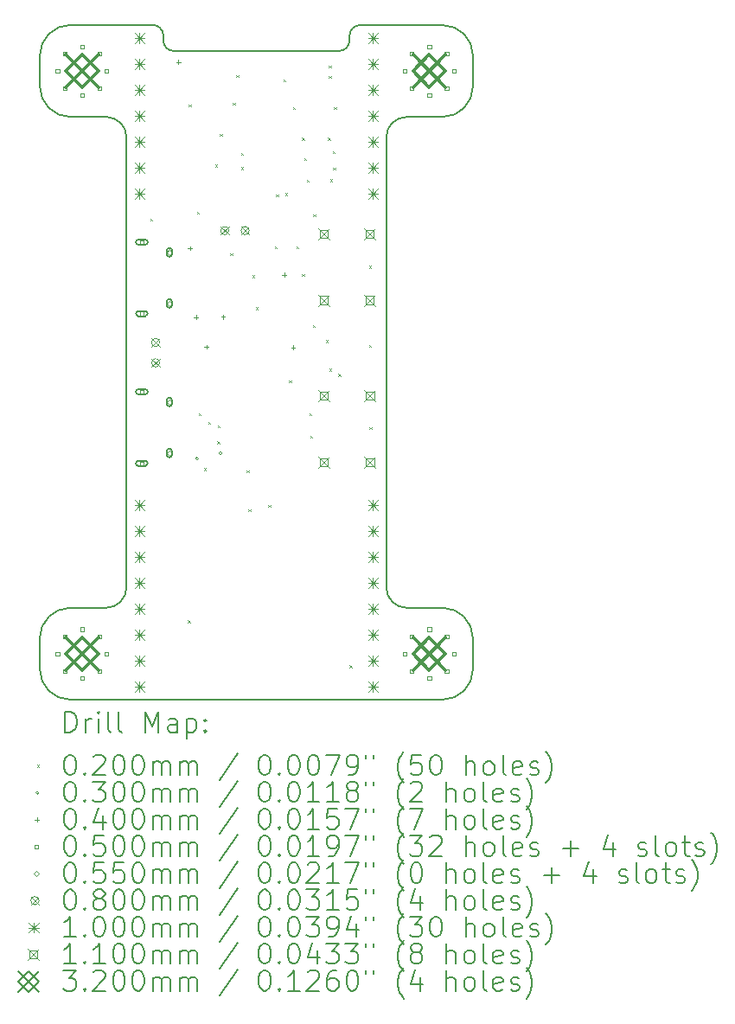
<source format=gbr>
%TF.GenerationSoftware,KiCad,Pcbnew,(6.0.8)*%
%TF.CreationDate,2023-01-13T13:27:28+01:00*%
%TF.ProjectId,NB-IoT_PCB_rev_1_1,4e422d49-6f54-45f5-9043-425f7265765f,rev?*%
%TF.SameCoordinates,Original*%
%TF.FileFunction,Drillmap*%
%TF.FilePolarity,Positive*%
%FSLAX45Y45*%
G04 Gerber Fmt 4.5, Leading zero omitted, Abs format (unit mm)*
G04 Created by KiCad (PCBNEW (6.0.8)) date 2023-01-13 13:27:28*
%MOMM*%
%LPD*%
G01*
G04 APERTURE LIST*
%ADD10C,0.150000*%
%ADD11C,0.200000*%
%ADD12C,0.020000*%
%ADD13C,0.030000*%
%ADD14C,0.040000*%
%ADD15C,0.050000*%
%ADD16C,0.055000*%
%ADD17C,0.080000*%
%ADD18C,0.100000*%
%ADD19C,0.110000*%
%ADD20C,0.320000*%
G04 APERTURE END LIST*
D10*
X12988380Y-11806000D02*
X12638380Y-11806000D01*
X12638380Y-11806000D02*
G75*
G03*
X12438380Y-12006000I0J-200000D01*
G01*
X12988380Y-10906000D02*
X12438380Y-10906000D01*
X13288380Y-11206000D02*
G75*
G03*
X12988380Y-10906000I-300000J0D01*
G01*
X13288380Y-11206000D02*
X13288380Y-11506000D01*
X12988380Y-11806000D02*
G75*
G03*
X13288380Y-11506000I0J300000D01*
G01*
X9345840Y-16610461D02*
G75*
G03*
X9045840Y-16910461I0J-300000D01*
G01*
X9345840Y-17510461D02*
X9895840Y-17510461D01*
X9045840Y-17210461D02*
X9045840Y-16910461D01*
X9345840Y-16610461D02*
X9695840Y-16610461D01*
X9045840Y-17210461D02*
G75*
G03*
X9345840Y-17510461I300000J0D01*
G01*
X9695840Y-16610461D02*
G75*
G03*
X9895840Y-16410461I0J200000D01*
G01*
X9045840Y-11505000D02*
G75*
G03*
X9345840Y-11805000I300000J0D01*
G01*
X9895840Y-10905000D02*
X9345840Y-10905000D01*
X9045840Y-11505000D02*
X9045840Y-11205000D01*
X9695840Y-11805000D02*
X9345840Y-11805000D01*
X9345840Y-10905000D02*
G75*
G03*
X9045840Y-11205000I0J-300000D01*
G01*
X9895840Y-12005000D02*
G75*
G03*
X9695840Y-11805000I-200000J0D01*
G01*
X12438380Y-16410461D02*
G75*
G03*
X12638380Y-16610461I200000J0D01*
G01*
X13288380Y-16910461D02*
X13288380Y-17210461D01*
X12988380Y-17510461D02*
G75*
G03*
X13288380Y-17210461I0J300000D01*
G01*
X13288380Y-16910461D02*
G75*
G03*
X12988380Y-16610461I-300000J0D01*
G01*
X12638380Y-16610461D02*
X12988380Y-16610461D01*
X12438380Y-17510461D02*
X12988380Y-17510461D01*
X9895840Y-12005000D02*
X9895840Y-16410461D01*
X12438380Y-12006000D02*
X12438380Y-16410461D01*
X12079000Y-11056000D02*
X12079000Y-11010000D01*
X10256000Y-11009000D02*
X10256000Y-11056000D01*
X10256000Y-11009000D02*
G75*
G03*
X10151000Y-10905000I-104500J-500D01*
G01*
X10151000Y-10905000D02*
X9895840Y-10905000D01*
X12438380Y-17510461D02*
X9895840Y-17510461D01*
X12183000Y-10906000D02*
X12438380Y-10906000D01*
X10359500Y-11160000D02*
X11975000Y-11160000D01*
X11975000Y-11160000D02*
G75*
G03*
X12079000Y-11056000I0J104000D01*
G01*
X10256000Y-11056000D02*
G75*
G03*
X10359500Y-11160000I103750J-250D01*
G01*
X12183000Y-10906000D02*
G75*
G03*
X12079000Y-11010000I0J-104000D01*
G01*
D11*
D12*
X10128000Y-12804000D02*
X10148000Y-12824000D01*
X10148000Y-12804000D02*
X10128000Y-12824000D01*
X10495440Y-16733680D02*
X10515440Y-16753680D01*
X10515440Y-16733680D02*
X10495440Y-16753680D01*
X10505600Y-11684160D02*
X10525600Y-11704160D01*
X10525600Y-11684160D02*
X10505600Y-11704160D01*
X10586880Y-12735720D02*
X10606880Y-12755720D01*
X10606880Y-12735720D02*
X10586880Y-12755720D01*
X10601346Y-14705986D02*
X10621346Y-14725986D01*
X10621346Y-14705986D02*
X10601346Y-14725986D01*
X10652920Y-15245240D02*
X10672920Y-15265240D01*
X10672920Y-15245240D02*
X10652920Y-15265240D01*
X10693560Y-14793120D02*
X10713560Y-14813120D01*
X10713560Y-14793120D02*
X10693560Y-14813120D01*
X10762140Y-12270900D02*
X10782140Y-12290900D01*
X10782140Y-12270900D02*
X10762140Y-12290900D01*
X10785000Y-14981080D02*
X10805000Y-15001080D01*
X10805000Y-14981080D02*
X10785000Y-15001080D01*
X10790080Y-14823600D02*
X10810080Y-14843600D01*
X10810080Y-14823600D02*
X10790080Y-14843600D01*
X10810400Y-11973720D02*
X10830400Y-11993720D01*
X10830400Y-11973720D02*
X10810400Y-11993720D01*
X10912000Y-13142120D02*
X10932000Y-13162120D01*
X10932000Y-13142120D02*
X10912000Y-13162120D01*
X10937400Y-11668920D02*
X10957400Y-11688920D01*
X10957400Y-11668920D02*
X10937400Y-11688920D01*
X10970000Y-11395000D02*
X10990000Y-11415000D01*
X10990000Y-11395000D02*
X10970000Y-11415000D01*
X11018680Y-12156600D02*
X11038680Y-12176600D01*
X11038680Y-12156600D02*
X11018680Y-12176600D01*
X11018680Y-12298840D02*
X11038680Y-12318840D01*
X11038680Y-12298840D02*
X11018680Y-12318840D01*
X11074025Y-15264210D02*
X11094025Y-15284210D01*
X11094025Y-15264210D02*
X11074025Y-15284210D01*
X11089800Y-15646560D02*
X11109800Y-15666560D01*
X11109800Y-15646560D02*
X11089800Y-15666560D01*
X11125360Y-13355480D02*
X11145360Y-13375480D01*
X11145360Y-13355480D02*
X11125360Y-13375480D01*
X11160920Y-13670440D02*
X11180920Y-13690440D01*
X11180920Y-13670440D02*
X11160920Y-13690440D01*
X11282650Y-15606110D02*
X11302650Y-15626110D01*
X11302650Y-15606110D02*
X11282650Y-15626110D01*
X11348880Y-13071000D02*
X11368880Y-13091000D01*
X11368880Y-13071000D02*
X11348880Y-13091000D01*
X11359040Y-12563000D02*
X11379040Y-12583000D01*
X11379040Y-12563000D02*
X11359040Y-12583000D01*
X11430000Y-11440000D02*
X11450000Y-11460000D01*
X11450000Y-11440000D02*
X11430000Y-11460000D01*
X11447940Y-12550300D02*
X11467940Y-12570300D01*
X11467940Y-12550300D02*
X11447940Y-12570300D01*
X11486040Y-14386720D02*
X11506040Y-14406720D01*
X11506040Y-14386720D02*
X11486040Y-14406720D01*
X11526680Y-11709560D02*
X11546680Y-11729560D01*
X11546680Y-11709560D02*
X11526680Y-11729560D01*
X11557160Y-13071000D02*
X11577160Y-13091000D01*
X11577160Y-13071000D02*
X11557160Y-13091000D01*
X11613040Y-12009280D02*
X11633040Y-12029280D01*
X11633040Y-12009280D02*
X11613040Y-12029280D01*
X11613040Y-13345320D02*
X11633040Y-13365320D01*
X11633040Y-13345320D02*
X11613040Y-13365320D01*
X11633360Y-12207400D02*
X11653360Y-12227400D01*
X11653360Y-12207400D02*
X11633360Y-12227400D01*
X11658760Y-12420760D02*
X11678760Y-12440760D01*
X11678760Y-12420760D02*
X11658760Y-12440760D01*
X11684160Y-14706760D02*
X11704160Y-14726760D01*
X11704160Y-14706760D02*
X11684160Y-14726760D01*
X11694320Y-14925200D02*
X11714320Y-14945200D01*
X11714320Y-14925200D02*
X11694320Y-14945200D01*
X11719720Y-13843160D02*
X11739720Y-13863160D01*
X11739720Y-13843160D02*
X11719720Y-13863160D01*
X11724800Y-12761120D02*
X11744800Y-12781120D01*
X11744800Y-12761120D02*
X11724800Y-12781120D01*
X11846720Y-13990480D02*
X11866720Y-14010480D01*
X11866720Y-13990480D02*
X11846720Y-14010480D01*
X11867040Y-12009280D02*
X11887040Y-12029280D01*
X11887040Y-12009280D02*
X11867040Y-12029280D01*
X11877200Y-11303160D02*
X11897200Y-11323160D01*
X11897200Y-11303160D02*
X11877200Y-11323160D01*
X11877200Y-11404760D02*
X11897200Y-11424760D01*
X11897200Y-11404760D02*
X11877200Y-11424760D01*
X11882280Y-14269880D02*
X11902280Y-14289880D01*
X11902280Y-14269880D02*
X11882280Y-14289880D01*
X11887360Y-12415680D02*
X11907360Y-12435680D01*
X11907360Y-12415680D02*
X11887360Y-12435680D01*
X11915300Y-12138820D02*
X11935300Y-12158820D01*
X11935300Y-12138820D02*
X11915300Y-12158820D01*
X11917840Y-12303920D02*
X11937840Y-12323920D01*
X11937840Y-12303920D02*
X11917840Y-12323920D01*
X11928000Y-11709560D02*
X11948000Y-11729560D01*
X11948000Y-11709560D02*
X11928000Y-11729560D01*
X11968640Y-14320680D02*
X11988640Y-14340680D01*
X11988640Y-14320680D02*
X11968640Y-14340680D01*
X12080400Y-17175640D02*
X12100400Y-17195640D01*
X12100400Y-17175640D02*
X12080400Y-17195640D01*
X12268360Y-13264040D02*
X12288360Y-13284040D01*
X12288360Y-13264040D02*
X12268360Y-13284040D01*
X12268360Y-14036200D02*
X12288360Y-14056200D01*
X12288360Y-14036200D02*
X12268360Y-14056200D01*
X12273440Y-14843920D02*
X12293440Y-14863920D01*
X12293440Y-14843920D02*
X12273440Y-14863920D01*
D13*
X10599180Y-15151100D02*
G75*
G03*
X10599180Y-15151100I-15000J0D01*
G01*
X10830320Y-15097760D02*
G75*
G03*
X10830320Y-15097760I-15000J0D01*
G01*
D14*
X10403840Y-11247440D02*
X10403840Y-11287440D01*
X10383840Y-11267440D02*
X10423840Y-11267440D01*
X10515600Y-13071160D02*
X10515600Y-13111160D01*
X10495600Y-13091160D02*
X10535600Y-13091160D01*
X10576560Y-13746800D02*
X10576560Y-13786800D01*
X10556560Y-13766800D02*
X10596560Y-13766800D01*
X10678160Y-14036360D02*
X10678160Y-14076360D01*
X10658160Y-14056360D02*
X10698160Y-14056360D01*
X10840720Y-13741720D02*
X10840720Y-13781720D01*
X10820720Y-13761720D02*
X10860720Y-13761720D01*
X11440160Y-13330240D02*
X11440160Y-13370240D01*
X11420160Y-13350240D02*
X11460160Y-13350240D01*
X11526520Y-14041440D02*
X11526520Y-14081440D01*
X11506520Y-14061440D02*
X11546520Y-14061440D01*
D15*
X9237678Y-11372678D02*
X9237678Y-11337322D01*
X9202322Y-11337322D01*
X9202322Y-11372678D01*
X9237678Y-11372678D01*
X9237678Y-17077678D02*
X9237678Y-17042322D01*
X9202322Y-17042322D01*
X9202322Y-17077678D01*
X9237678Y-17077678D01*
X9307972Y-11202972D02*
X9307972Y-11167617D01*
X9272617Y-11167617D01*
X9272617Y-11202972D01*
X9307972Y-11202972D01*
X9307972Y-11542383D02*
X9307972Y-11507028D01*
X9272617Y-11507028D01*
X9272617Y-11542383D01*
X9307972Y-11542383D01*
X9307972Y-16907972D02*
X9307972Y-16872617D01*
X9272617Y-16872617D01*
X9272617Y-16907972D01*
X9307972Y-16907972D01*
X9307972Y-17247383D02*
X9307972Y-17212028D01*
X9272617Y-17212028D01*
X9272617Y-17247383D01*
X9307972Y-17247383D01*
X9477678Y-11132678D02*
X9477678Y-11097322D01*
X9442322Y-11097322D01*
X9442322Y-11132678D01*
X9477678Y-11132678D01*
X9477678Y-11612678D02*
X9477678Y-11577322D01*
X9442322Y-11577322D01*
X9442322Y-11612678D01*
X9477678Y-11612678D01*
X9477678Y-16837678D02*
X9477678Y-16802322D01*
X9442322Y-16802322D01*
X9442322Y-16837678D01*
X9477678Y-16837678D01*
X9477678Y-17317678D02*
X9477678Y-17282322D01*
X9442322Y-17282322D01*
X9442322Y-17317678D01*
X9477678Y-17317678D01*
X9647383Y-11202972D02*
X9647383Y-11167617D01*
X9612028Y-11167617D01*
X9612028Y-11202972D01*
X9647383Y-11202972D01*
X9647383Y-11542383D02*
X9647383Y-11507028D01*
X9612028Y-11507028D01*
X9612028Y-11542383D01*
X9647383Y-11542383D01*
X9647383Y-16907972D02*
X9647383Y-16872617D01*
X9612028Y-16872617D01*
X9612028Y-16907972D01*
X9647383Y-16907972D01*
X9647383Y-17247383D02*
X9647383Y-17212028D01*
X9612028Y-17212028D01*
X9612028Y-17247383D01*
X9647383Y-17247383D01*
X9717678Y-11372678D02*
X9717678Y-11337322D01*
X9682322Y-11337322D01*
X9682322Y-11372678D01*
X9717678Y-11372678D01*
X9717678Y-17077678D02*
X9717678Y-17042322D01*
X9682322Y-17042322D01*
X9682322Y-17077678D01*
X9717678Y-17077678D01*
X10062918Y-13048398D02*
X10062918Y-13013042D01*
X10027562Y-13013042D01*
X10027562Y-13048398D01*
X10062918Y-13048398D01*
D11*
X10077740Y-13005720D02*
X10012740Y-13005720D01*
X10077740Y-13055720D02*
X10012740Y-13055720D01*
X10012740Y-13005720D02*
G75*
G03*
X10012740Y-13055720I0J-25000D01*
G01*
X10077740Y-13055720D02*
G75*
G03*
X10077740Y-13005720I0J25000D01*
G01*
D15*
X10062918Y-13748398D02*
X10062918Y-13713042D01*
X10027562Y-13713042D01*
X10027562Y-13748398D01*
X10062918Y-13748398D01*
D11*
X10077740Y-13705720D02*
X10012740Y-13705720D01*
X10077740Y-13755720D02*
X10012740Y-13755720D01*
X10012740Y-13705720D02*
G75*
G03*
X10012740Y-13755720I0J-25000D01*
G01*
X10077740Y-13755720D02*
G75*
G03*
X10077740Y-13705720I0J25000D01*
G01*
D15*
X10062918Y-14513978D02*
X10062918Y-14478622D01*
X10027562Y-14478622D01*
X10027562Y-14513978D01*
X10062918Y-14513978D01*
D11*
X10077740Y-14471300D02*
X10012740Y-14471300D01*
X10077740Y-14521300D02*
X10012740Y-14521300D01*
X10012740Y-14471300D02*
G75*
G03*
X10012740Y-14521300I0J-25000D01*
G01*
X10077740Y-14521300D02*
G75*
G03*
X10077740Y-14471300I0J25000D01*
G01*
D15*
X10062918Y-15213978D02*
X10062918Y-15178622D01*
X10027562Y-15178622D01*
X10027562Y-15213978D01*
X10062918Y-15213978D01*
D11*
X10077740Y-15171300D02*
X10012740Y-15171300D01*
X10077740Y-15221300D02*
X10012740Y-15221300D01*
X10012740Y-15171300D02*
G75*
G03*
X10012740Y-15221300I0J-25000D01*
G01*
X10077740Y-15221300D02*
G75*
G03*
X10077740Y-15171300I0J25000D01*
G01*
D15*
X12637678Y-11372678D02*
X12637678Y-11337322D01*
X12602322Y-11337322D01*
X12602322Y-11372678D01*
X12637678Y-11372678D01*
X12637678Y-17077678D02*
X12637678Y-17042322D01*
X12602322Y-17042322D01*
X12602322Y-17077678D01*
X12637678Y-17077678D01*
X12707972Y-11202972D02*
X12707972Y-11167617D01*
X12672617Y-11167617D01*
X12672617Y-11202972D01*
X12707972Y-11202972D01*
X12707972Y-11542383D02*
X12707972Y-11507028D01*
X12672617Y-11507028D01*
X12672617Y-11542383D01*
X12707972Y-11542383D01*
X12707972Y-16907972D02*
X12707972Y-16872617D01*
X12672617Y-16872617D01*
X12672617Y-16907972D01*
X12707972Y-16907972D01*
X12707972Y-17247383D02*
X12707972Y-17212028D01*
X12672617Y-17212028D01*
X12672617Y-17247383D01*
X12707972Y-17247383D01*
X12877678Y-11132678D02*
X12877678Y-11097322D01*
X12842322Y-11097322D01*
X12842322Y-11132678D01*
X12877678Y-11132678D01*
X12877678Y-11612678D02*
X12877678Y-11577322D01*
X12842322Y-11577322D01*
X12842322Y-11612678D01*
X12877678Y-11612678D01*
X12877678Y-16837678D02*
X12877678Y-16802322D01*
X12842322Y-16802322D01*
X12842322Y-16837678D01*
X12877678Y-16837678D01*
X12877678Y-17317678D02*
X12877678Y-17282322D01*
X12842322Y-17282322D01*
X12842322Y-17317678D01*
X12877678Y-17317678D01*
X13047383Y-11202972D02*
X13047383Y-11167617D01*
X13012028Y-11167617D01*
X13012028Y-11202972D01*
X13047383Y-11202972D01*
X13047383Y-11542383D02*
X13047383Y-11507028D01*
X13012028Y-11507028D01*
X13012028Y-11542383D01*
X13047383Y-11542383D01*
X13047383Y-16907972D02*
X13047383Y-16872617D01*
X13012028Y-16872617D01*
X13012028Y-16907972D01*
X13047383Y-16907972D01*
X13047383Y-17247383D02*
X13047383Y-17212028D01*
X13012028Y-17212028D01*
X13012028Y-17247383D01*
X13047383Y-17247383D01*
X13117678Y-11372678D02*
X13117678Y-11337322D01*
X13082322Y-11337322D01*
X13082322Y-11372678D01*
X13117678Y-11372678D01*
X13117678Y-17077678D02*
X13117678Y-17042322D01*
X13082322Y-17042322D01*
X13082322Y-17077678D01*
X13117678Y-17077678D01*
D16*
X10315240Y-13158220D02*
X10342740Y-13130720D01*
X10315240Y-13103220D01*
X10287740Y-13130720D01*
X10315240Y-13158220D01*
D11*
X10287740Y-13115720D02*
X10287740Y-13145720D01*
X10342740Y-13115720D02*
X10342740Y-13145720D01*
X10287740Y-13145720D02*
G75*
G03*
X10342740Y-13145720I27500J0D01*
G01*
X10342740Y-13115720D02*
G75*
G03*
X10287740Y-13115720I-27500J0D01*
G01*
D16*
X10315240Y-13658220D02*
X10342740Y-13630720D01*
X10315240Y-13603220D01*
X10287740Y-13630720D01*
X10315240Y-13658220D01*
D11*
X10287740Y-13615720D02*
X10287740Y-13645720D01*
X10342740Y-13615720D02*
X10342740Y-13645720D01*
X10287740Y-13645720D02*
G75*
G03*
X10342740Y-13645720I27500J0D01*
G01*
X10342740Y-13615720D02*
G75*
G03*
X10287740Y-13615720I-27500J0D01*
G01*
D16*
X10315240Y-14623800D02*
X10342740Y-14596300D01*
X10315240Y-14568800D01*
X10287740Y-14596300D01*
X10315240Y-14623800D01*
D11*
X10287740Y-14581300D02*
X10287740Y-14611300D01*
X10342740Y-14581300D02*
X10342740Y-14611300D01*
X10287740Y-14611300D02*
G75*
G03*
X10342740Y-14611300I27500J0D01*
G01*
X10342740Y-14581300D02*
G75*
G03*
X10287740Y-14581300I-27500J0D01*
G01*
D16*
X10315240Y-15123800D02*
X10342740Y-15096300D01*
X10315240Y-15068800D01*
X10287740Y-15096300D01*
X10315240Y-15123800D01*
D11*
X10287740Y-15081300D02*
X10287740Y-15111300D01*
X10342740Y-15081300D02*
X10342740Y-15111300D01*
X10287740Y-15111300D02*
G75*
G03*
X10342740Y-15111300I27500J0D01*
G01*
X10342740Y-15081300D02*
G75*
G03*
X10287740Y-15081300I-27500J0D01*
G01*
D17*
X10140320Y-13972831D02*
X10220320Y-14052831D01*
X10220320Y-13972831D02*
X10140320Y-14052831D01*
X10220320Y-14012831D02*
G75*
G03*
X10220320Y-14012831I-40000J0D01*
G01*
X10140320Y-14172831D02*
X10220320Y-14252831D01*
X10220320Y-14172831D02*
X10140320Y-14252831D01*
X10220320Y-14212831D02*
G75*
G03*
X10220320Y-14212831I-40000J0D01*
G01*
X10816969Y-12878440D02*
X10896969Y-12958440D01*
X10896969Y-12878440D02*
X10816969Y-12958440D01*
X10896969Y-12918440D02*
G75*
G03*
X10896969Y-12918440I-40000J0D01*
G01*
X11016969Y-12878440D02*
X11096969Y-12958440D01*
X11096969Y-12878440D02*
X11016969Y-12958440D01*
X11096969Y-12918440D02*
G75*
G03*
X11096969Y-12918440I-40000J0D01*
G01*
D18*
X9974000Y-10983400D02*
X10074000Y-11083400D01*
X10074000Y-10983400D02*
X9974000Y-11083400D01*
X10024000Y-10983400D02*
X10024000Y-11083400D01*
X9974000Y-11033400D02*
X10074000Y-11033400D01*
X9974000Y-11237400D02*
X10074000Y-11337400D01*
X10074000Y-11237400D02*
X9974000Y-11337400D01*
X10024000Y-11237400D02*
X10024000Y-11337400D01*
X9974000Y-11287400D02*
X10074000Y-11287400D01*
X9974000Y-11491400D02*
X10074000Y-11591400D01*
X10074000Y-11491400D02*
X9974000Y-11591400D01*
X10024000Y-11491400D02*
X10024000Y-11591400D01*
X9974000Y-11541400D02*
X10074000Y-11541400D01*
X9974000Y-11745400D02*
X10074000Y-11845400D01*
X10074000Y-11745400D02*
X9974000Y-11845400D01*
X10024000Y-11745400D02*
X10024000Y-11845400D01*
X9974000Y-11795400D02*
X10074000Y-11795400D01*
X9974000Y-11999400D02*
X10074000Y-12099400D01*
X10074000Y-11999400D02*
X9974000Y-12099400D01*
X10024000Y-11999400D02*
X10024000Y-12099400D01*
X9974000Y-12049400D02*
X10074000Y-12049400D01*
X9974000Y-12253400D02*
X10074000Y-12353400D01*
X10074000Y-12253400D02*
X9974000Y-12353400D01*
X10024000Y-12253400D02*
X10024000Y-12353400D01*
X9974000Y-12303400D02*
X10074000Y-12303400D01*
X9974000Y-12507400D02*
X10074000Y-12607400D01*
X10074000Y-12507400D02*
X9974000Y-12607400D01*
X10024000Y-12507400D02*
X10024000Y-12607400D01*
X9974000Y-12557400D02*
X10074000Y-12557400D01*
X9974000Y-15555400D02*
X10074000Y-15655400D01*
X10074000Y-15555400D02*
X9974000Y-15655400D01*
X10024000Y-15555400D02*
X10024000Y-15655400D01*
X9974000Y-15605400D02*
X10074000Y-15605400D01*
X9974000Y-15809400D02*
X10074000Y-15909400D01*
X10074000Y-15809400D02*
X9974000Y-15909400D01*
X10024000Y-15809400D02*
X10024000Y-15909400D01*
X9974000Y-15859400D02*
X10074000Y-15859400D01*
X9974000Y-16063400D02*
X10074000Y-16163400D01*
X10074000Y-16063400D02*
X9974000Y-16163400D01*
X10024000Y-16063400D02*
X10024000Y-16163400D01*
X9974000Y-16113400D02*
X10074000Y-16113400D01*
X9974000Y-16317400D02*
X10074000Y-16417400D01*
X10074000Y-16317400D02*
X9974000Y-16417400D01*
X10024000Y-16317400D02*
X10024000Y-16417400D01*
X9974000Y-16367400D02*
X10074000Y-16367400D01*
X9974000Y-16571400D02*
X10074000Y-16671400D01*
X10074000Y-16571400D02*
X9974000Y-16671400D01*
X10024000Y-16571400D02*
X10024000Y-16671400D01*
X9974000Y-16621400D02*
X10074000Y-16621400D01*
X9974000Y-16825400D02*
X10074000Y-16925400D01*
X10074000Y-16825400D02*
X9974000Y-16925400D01*
X10024000Y-16825400D02*
X10024000Y-16925400D01*
X9974000Y-16875400D02*
X10074000Y-16875400D01*
X9974000Y-17079400D02*
X10074000Y-17179400D01*
X10074000Y-17079400D02*
X9974000Y-17179400D01*
X10024000Y-17079400D02*
X10024000Y-17179400D01*
X9974000Y-17129400D02*
X10074000Y-17129400D01*
X9974000Y-17333400D02*
X10074000Y-17433400D01*
X10074000Y-17333400D02*
X9974000Y-17433400D01*
X10024000Y-17333400D02*
X10024000Y-17433400D01*
X9974000Y-17383400D02*
X10074000Y-17383400D01*
X12260000Y-10983400D02*
X12360000Y-11083400D01*
X12360000Y-10983400D02*
X12260000Y-11083400D01*
X12310000Y-10983400D02*
X12310000Y-11083400D01*
X12260000Y-11033400D02*
X12360000Y-11033400D01*
X12260000Y-11237400D02*
X12360000Y-11337400D01*
X12360000Y-11237400D02*
X12260000Y-11337400D01*
X12310000Y-11237400D02*
X12310000Y-11337400D01*
X12260000Y-11287400D02*
X12360000Y-11287400D01*
X12260000Y-11491400D02*
X12360000Y-11591400D01*
X12360000Y-11491400D02*
X12260000Y-11591400D01*
X12310000Y-11491400D02*
X12310000Y-11591400D01*
X12260000Y-11541400D02*
X12360000Y-11541400D01*
X12260000Y-11745400D02*
X12360000Y-11845400D01*
X12360000Y-11745400D02*
X12260000Y-11845400D01*
X12310000Y-11745400D02*
X12310000Y-11845400D01*
X12260000Y-11795400D02*
X12360000Y-11795400D01*
X12260000Y-11999400D02*
X12360000Y-12099400D01*
X12360000Y-11999400D02*
X12260000Y-12099400D01*
X12310000Y-11999400D02*
X12310000Y-12099400D01*
X12260000Y-12049400D02*
X12360000Y-12049400D01*
X12260000Y-12253400D02*
X12360000Y-12353400D01*
X12360000Y-12253400D02*
X12260000Y-12353400D01*
X12310000Y-12253400D02*
X12310000Y-12353400D01*
X12260000Y-12303400D02*
X12360000Y-12303400D01*
X12260000Y-12507400D02*
X12360000Y-12607400D01*
X12360000Y-12507400D02*
X12260000Y-12607400D01*
X12310000Y-12507400D02*
X12310000Y-12607400D01*
X12260000Y-12557400D02*
X12360000Y-12557400D01*
X12260000Y-15555400D02*
X12360000Y-15655400D01*
X12360000Y-15555400D02*
X12260000Y-15655400D01*
X12310000Y-15555400D02*
X12310000Y-15655400D01*
X12260000Y-15605400D02*
X12360000Y-15605400D01*
X12260000Y-15809400D02*
X12360000Y-15909400D01*
X12360000Y-15809400D02*
X12260000Y-15909400D01*
X12310000Y-15809400D02*
X12310000Y-15909400D01*
X12260000Y-15859400D02*
X12360000Y-15859400D01*
X12260000Y-16063400D02*
X12360000Y-16163400D01*
X12360000Y-16063400D02*
X12260000Y-16163400D01*
X12310000Y-16063400D02*
X12310000Y-16163400D01*
X12260000Y-16113400D02*
X12360000Y-16113400D01*
X12260000Y-16317400D02*
X12360000Y-16417400D01*
X12360000Y-16317400D02*
X12260000Y-16417400D01*
X12310000Y-16317400D02*
X12310000Y-16417400D01*
X12260000Y-16367400D02*
X12360000Y-16367400D01*
X12260000Y-16571400D02*
X12360000Y-16671400D01*
X12360000Y-16571400D02*
X12260000Y-16671400D01*
X12310000Y-16571400D02*
X12310000Y-16671400D01*
X12260000Y-16621400D02*
X12360000Y-16621400D01*
X12260000Y-16825400D02*
X12360000Y-16925400D01*
X12360000Y-16825400D02*
X12260000Y-16925400D01*
X12310000Y-16825400D02*
X12310000Y-16925400D01*
X12260000Y-16875400D02*
X12360000Y-16875400D01*
X12260000Y-17079400D02*
X12360000Y-17179400D01*
X12360000Y-17079400D02*
X12260000Y-17179400D01*
X12310000Y-17079400D02*
X12310000Y-17179400D01*
X12260000Y-17129400D02*
X12360000Y-17129400D01*
X12260000Y-17333400D02*
X12360000Y-17433400D01*
X12360000Y-17333400D02*
X12260000Y-17433400D01*
X12310000Y-17333400D02*
X12310000Y-17433400D01*
X12260000Y-17383400D02*
X12360000Y-17383400D01*
D19*
X11772760Y-12894400D02*
X11882760Y-13004400D01*
X11882760Y-12894400D02*
X11772760Y-13004400D01*
X11866651Y-12988291D02*
X11866651Y-12910509D01*
X11788869Y-12910509D01*
X11788869Y-12988291D01*
X11866651Y-12988291D01*
X11772760Y-13544400D02*
X11882760Y-13654400D01*
X11882760Y-13544400D02*
X11772760Y-13654400D01*
X11866651Y-13638291D02*
X11866651Y-13560509D01*
X11788869Y-13560509D01*
X11788869Y-13638291D01*
X11866651Y-13638291D01*
X11774840Y-14479000D02*
X11884840Y-14589000D01*
X11884840Y-14479000D02*
X11774840Y-14589000D01*
X11868731Y-14572891D02*
X11868731Y-14495109D01*
X11790949Y-14495109D01*
X11790949Y-14572891D01*
X11868731Y-14572891D01*
X11774840Y-15129000D02*
X11884840Y-15239000D01*
X11884840Y-15129000D02*
X11774840Y-15239000D01*
X11868731Y-15222891D02*
X11868731Y-15145109D01*
X11790949Y-15145109D01*
X11790949Y-15222891D01*
X11868731Y-15222891D01*
X12222760Y-12894400D02*
X12332760Y-13004400D01*
X12332760Y-12894400D02*
X12222760Y-13004400D01*
X12316651Y-12988291D02*
X12316651Y-12910509D01*
X12238869Y-12910509D01*
X12238869Y-12988291D01*
X12316651Y-12988291D01*
X12222760Y-13544400D02*
X12332760Y-13654400D01*
X12332760Y-13544400D02*
X12222760Y-13654400D01*
X12316651Y-13638291D02*
X12316651Y-13560509D01*
X12238869Y-13560509D01*
X12238869Y-13638291D01*
X12316651Y-13638291D01*
X12224840Y-14479000D02*
X12334840Y-14589000D01*
X12334840Y-14479000D02*
X12224840Y-14589000D01*
X12318731Y-14572891D02*
X12318731Y-14495109D01*
X12240949Y-14495109D01*
X12240949Y-14572891D01*
X12318731Y-14572891D01*
X12224840Y-15129000D02*
X12334840Y-15239000D01*
X12334840Y-15129000D02*
X12224840Y-15239000D01*
X12318731Y-15222891D02*
X12318731Y-15145109D01*
X12240949Y-15145109D01*
X12240949Y-15222891D01*
X12318731Y-15222891D01*
D20*
X9300000Y-11195000D02*
X9620000Y-11515000D01*
X9620000Y-11195000D02*
X9300000Y-11515000D01*
X9460000Y-11515000D02*
X9620000Y-11355000D01*
X9460000Y-11195000D01*
X9300000Y-11355000D01*
X9460000Y-11515000D01*
X9300000Y-16900000D02*
X9620000Y-17220000D01*
X9620000Y-16900000D02*
X9300000Y-17220000D01*
X9460000Y-17220000D02*
X9620000Y-17060000D01*
X9460000Y-16900000D01*
X9300000Y-17060000D01*
X9460000Y-17220000D01*
X12700000Y-11195000D02*
X13020000Y-11515000D01*
X13020000Y-11195000D02*
X12700000Y-11515000D01*
X12860000Y-11515000D02*
X13020000Y-11355000D01*
X12860000Y-11195000D01*
X12700000Y-11355000D01*
X12860000Y-11515000D01*
X12700000Y-16900000D02*
X13020000Y-17220000D01*
X13020000Y-16900000D02*
X12700000Y-17220000D01*
X12860000Y-17220000D02*
X13020000Y-17060000D01*
X12860000Y-16900000D01*
X12700000Y-17060000D01*
X12860000Y-17220000D01*
D11*
X9295959Y-17828437D02*
X9295959Y-17628437D01*
X9343578Y-17628437D01*
X9372150Y-17637961D01*
X9391197Y-17657009D01*
X9400721Y-17676056D01*
X9410245Y-17714151D01*
X9410245Y-17742723D01*
X9400721Y-17780818D01*
X9391197Y-17799866D01*
X9372150Y-17818913D01*
X9343578Y-17828437D01*
X9295959Y-17828437D01*
X9495959Y-17828437D02*
X9495959Y-17695104D01*
X9495959Y-17733199D02*
X9505483Y-17714151D01*
X9515007Y-17704628D01*
X9534054Y-17695104D01*
X9553102Y-17695104D01*
X9619769Y-17828437D02*
X9619769Y-17695104D01*
X9619769Y-17628437D02*
X9610245Y-17637961D01*
X9619769Y-17647485D01*
X9629292Y-17637961D01*
X9619769Y-17628437D01*
X9619769Y-17647485D01*
X9743578Y-17828437D02*
X9724530Y-17818913D01*
X9715007Y-17799866D01*
X9715007Y-17628437D01*
X9848340Y-17828437D02*
X9829292Y-17818913D01*
X9819769Y-17799866D01*
X9819769Y-17628437D01*
X10076911Y-17828437D02*
X10076911Y-17628437D01*
X10143578Y-17771294D01*
X10210245Y-17628437D01*
X10210245Y-17828437D01*
X10391197Y-17828437D02*
X10391197Y-17723675D01*
X10381673Y-17704628D01*
X10362626Y-17695104D01*
X10324530Y-17695104D01*
X10305483Y-17704628D01*
X10391197Y-17818913D02*
X10372150Y-17828437D01*
X10324530Y-17828437D01*
X10305483Y-17818913D01*
X10295959Y-17799866D01*
X10295959Y-17780818D01*
X10305483Y-17761770D01*
X10324530Y-17752247D01*
X10372150Y-17752247D01*
X10391197Y-17742723D01*
X10486435Y-17695104D02*
X10486435Y-17895104D01*
X10486435Y-17704628D02*
X10505483Y-17695104D01*
X10543578Y-17695104D01*
X10562626Y-17704628D01*
X10572150Y-17714151D01*
X10581673Y-17733199D01*
X10581673Y-17790342D01*
X10572150Y-17809389D01*
X10562626Y-17818913D01*
X10543578Y-17828437D01*
X10505483Y-17828437D01*
X10486435Y-17818913D01*
X10667388Y-17809389D02*
X10676911Y-17818913D01*
X10667388Y-17828437D01*
X10657864Y-17818913D01*
X10667388Y-17809389D01*
X10667388Y-17828437D01*
X10667388Y-17704628D02*
X10676911Y-17714151D01*
X10667388Y-17723675D01*
X10657864Y-17714151D01*
X10667388Y-17704628D01*
X10667388Y-17723675D01*
D12*
X9018340Y-18147961D02*
X9038340Y-18167961D01*
X9038340Y-18147961D02*
X9018340Y-18167961D01*
D11*
X9334054Y-18048437D02*
X9353102Y-18048437D01*
X9372150Y-18057961D01*
X9381673Y-18067485D01*
X9391197Y-18086532D01*
X9400721Y-18124628D01*
X9400721Y-18172247D01*
X9391197Y-18210342D01*
X9381673Y-18229389D01*
X9372150Y-18238913D01*
X9353102Y-18248437D01*
X9334054Y-18248437D01*
X9315007Y-18238913D01*
X9305483Y-18229389D01*
X9295959Y-18210342D01*
X9286435Y-18172247D01*
X9286435Y-18124628D01*
X9295959Y-18086532D01*
X9305483Y-18067485D01*
X9315007Y-18057961D01*
X9334054Y-18048437D01*
X9486435Y-18229389D02*
X9495959Y-18238913D01*
X9486435Y-18248437D01*
X9476911Y-18238913D01*
X9486435Y-18229389D01*
X9486435Y-18248437D01*
X9572150Y-18067485D02*
X9581673Y-18057961D01*
X9600721Y-18048437D01*
X9648340Y-18048437D01*
X9667388Y-18057961D01*
X9676911Y-18067485D01*
X9686435Y-18086532D01*
X9686435Y-18105580D01*
X9676911Y-18134151D01*
X9562626Y-18248437D01*
X9686435Y-18248437D01*
X9810245Y-18048437D02*
X9829292Y-18048437D01*
X9848340Y-18057961D01*
X9857864Y-18067485D01*
X9867388Y-18086532D01*
X9876911Y-18124628D01*
X9876911Y-18172247D01*
X9867388Y-18210342D01*
X9857864Y-18229389D01*
X9848340Y-18238913D01*
X9829292Y-18248437D01*
X9810245Y-18248437D01*
X9791197Y-18238913D01*
X9781673Y-18229389D01*
X9772150Y-18210342D01*
X9762626Y-18172247D01*
X9762626Y-18124628D01*
X9772150Y-18086532D01*
X9781673Y-18067485D01*
X9791197Y-18057961D01*
X9810245Y-18048437D01*
X10000721Y-18048437D02*
X10019769Y-18048437D01*
X10038816Y-18057961D01*
X10048340Y-18067485D01*
X10057864Y-18086532D01*
X10067388Y-18124628D01*
X10067388Y-18172247D01*
X10057864Y-18210342D01*
X10048340Y-18229389D01*
X10038816Y-18238913D01*
X10019769Y-18248437D01*
X10000721Y-18248437D01*
X9981673Y-18238913D01*
X9972150Y-18229389D01*
X9962626Y-18210342D01*
X9953102Y-18172247D01*
X9953102Y-18124628D01*
X9962626Y-18086532D01*
X9972150Y-18067485D01*
X9981673Y-18057961D01*
X10000721Y-18048437D01*
X10153102Y-18248437D02*
X10153102Y-18115104D01*
X10153102Y-18134151D02*
X10162626Y-18124628D01*
X10181673Y-18115104D01*
X10210245Y-18115104D01*
X10229292Y-18124628D01*
X10238816Y-18143675D01*
X10238816Y-18248437D01*
X10238816Y-18143675D02*
X10248340Y-18124628D01*
X10267388Y-18115104D01*
X10295959Y-18115104D01*
X10315007Y-18124628D01*
X10324530Y-18143675D01*
X10324530Y-18248437D01*
X10419769Y-18248437D02*
X10419769Y-18115104D01*
X10419769Y-18134151D02*
X10429292Y-18124628D01*
X10448340Y-18115104D01*
X10476911Y-18115104D01*
X10495959Y-18124628D01*
X10505483Y-18143675D01*
X10505483Y-18248437D01*
X10505483Y-18143675D02*
X10515007Y-18124628D01*
X10534054Y-18115104D01*
X10562626Y-18115104D01*
X10581673Y-18124628D01*
X10591197Y-18143675D01*
X10591197Y-18248437D01*
X10981673Y-18038913D02*
X10810245Y-18296056D01*
X11238816Y-18048437D02*
X11257864Y-18048437D01*
X11276911Y-18057961D01*
X11286435Y-18067485D01*
X11295959Y-18086532D01*
X11305483Y-18124628D01*
X11305483Y-18172247D01*
X11295959Y-18210342D01*
X11286435Y-18229389D01*
X11276911Y-18238913D01*
X11257864Y-18248437D01*
X11238816Y-18248437D01*
X11219768Y-18238913D01*
X11210245Y-18229389D01*
X11200721Y-18210342D01*
X11191197Y-18172247D01*
X11191197Y-18124628D01*
X11200721Y-18086532D01*
X11210245Y-18067485D01*
X11219768Y-18057961D01*
X11238816Y-18048437D01*
X11391197Y-18229389D02*
X11400721Y-18238913D01*
X11391197Y-18248437D01*
X11381673Y-18238913D01*
X11391197Y-18229389D01*
X11391197Y-18248437D01*
X11524530Y-18048437D02*
X11543578Y-18048437D01*
X11562626Y-18057961D01*
X11572149Y-18067485D01*
X11581673Y-18086532D01*
X11591197Y-18124628D01*
X11591197Y-18172247D01*
X11581673Y-18210342D01*
X11572149Y-18229389D01*
X11562626Y-18238913D01*
X11543578Y-18248437D01*
X11524530Y-18248437D01*
X11505483Y-18238913D01*
X11495959Y-18229389D01*
X11486435Y-18210342D01*
X11476911Y-18172247D01*
X11476911Y-18124628D01*
X11486435Y-18086532D01*
X11495959Y-18067485D01*
X11505483Y-18057961D01*
X11524530Y-18048437D01*
X11715007Y-18048437D02*
X11734054Y-18048437D01*
X11753102Y-18057961D01*
X11762626Y-18067485D01*
X11772149Y-18086532D01*
X11781673Y-18124628D01*
X11781673Y-18172247D01*
X11772149Y-18210342D01*
X11762626Y-18229389D01*
X11753102Y-18238913D01*
X11734054Y-18248437D01*
X11715007Y-18248437D01*
X11695959Y-18238913D01*
X11686435Y-18229389D01*
X11676911Y-18210342D01*
X11667388Y-18172247D01*
X11667388Y-18124628D01*
X11676911Y-18086532D01*
X11686435Y-18067485D01*
X11695959Y-18057961D01*
X11715007Y-18048437D01*
X11848340Y-18048437D02*
X11981673Y-18048437D01*
X11895959Y-18248437D01*
X12067388Y-18248437D02*
X12105483Y-18248437D01*
X12124530Y-18238913D01*
X12134054Y-18229389D01*
X12153102Y-18200818D01*
X12162626Y-18162723D01*
X12162626Y-18086532D01*
X12153102Y-18067485D01*
X12143578Y-18057961D01*
X12124530Y-18048437D01*
X12086435Y-18048437D01*
X12067388Y-18057961D01*
X12057864Y-18067485D01*
X12048340Y-18086532D01*
X12048340Y-18134151D01*
X12057864Y-18153199D01*
X12067388Y-18162723D01*
X12086435Y-18172247D01*
X12124530Y-18172247D01*
X12143578Y-18162723D01*
X12153102Y-18153199D01*
X12162626Y-18134151D01*
X12238816Y-18048437D02*
X12238816Y-18086532D01*
X12315007Y-18048437D02*
X12315007Y-18086532D01*
X12610245Y-18324628D02*
X12600721Y-18315104D01*
X12581673Y-18286532D01*
X12572149Y-18267485D01*
X12562626Y-18238913D01*
X12553102Y-18191294D01*
X12553102Y-18153199D01*
X12562626Y-18105580D01*
X12572149Y-18077009D01*
X12581673Y-18057961D01*
X12600721Y-18029389D01*
X12610245Y-18019866D01*
X12781673Y-18048437D02*
X12686435Y-18048437D01*
X12676911Y-18143675D01*
X12686435Y-18134151D01*
X12705483Y-18124628D01*
X12753102Y-18124628D01*
X12772149Y-18134151D01*
X12781673Y-18143675D01*
X12791197Y-18162723D01*
X12791197Y-18210342D01*
X12781673Y-18229389D01*
X12772149Y-18238913D01*
X12753102Y-18248437D01*
X12705483Y-18248437D01*
X12686435Y-18238913D01*
X12676911Y-18229389D01*
X12915007Y-18048437D02*
X12934054Y-18048437D01*
X12953102Y-18057961D01*
X12962626Y-18067485D01*
X12972149Y-18086532D01*
X12981673Y-18124628D01*
X12981673Y-18172247D01*
X12972149Y-18210342D01*
X12962626Y-18229389D01*
X12953102Y-18238913D01*
X12934054Y-18248437D01*
X12915007Y-18248437D01*
X12895959Y-18238913D01*
X12886435Y-18229389D01*
X12876911Y-18210342D01*
X12867388Y-18172247D01*
X12867388Y-18124628D01*
X12876911Y-18086532D01*
X12886435Y-18067485D01*
X12895959Y-18057961D01*
X12915007Y-18048437D01*
X13219768Y-18248437D02*
X13219768Y-18048437D01*
X13305483Y-18248437D02*
X13305483Y-18143675D01*
X13295959Y-18124628D01*
X13276911Y-18115104D01*
X13248340Y-18115104D01*
X13229292Y-18124628D01*
X13219768Y-18134151D01*
X13429292Y-18248437D02*
X13410245Y-18238913D01*
X13400721Y-18229389D01*
X13391197Y-18210342D01*
X13391197Y-18153199D01*
X13400721Y-18134151D01*
X13410245Y-18124628D01*
X13429292Y-18115104D01*
X13457864Y-18115104D01*
X13476911Y-18124628D01*
X13486435Y-18134151D01*
X13495959Y-18153199D01*
X13495959Y-18210342D01*
X13486435Y-18229389D01*
X13476911Y-18238913D01*
X13457864Y-18248437D01*
X13429292Y-18248437D01*
X13610245Y-18248437D02*
X13591197Y-18238913D01*
X13581673Y-18219866D01*
X13581673Y-18048437D01*
X13762626Y-18238913D02*
X13743578Y-18248437D01*
X13705483Y-18248437D01*
X13686435Y-18238913D01*
X13676911Y-18219866D01*
X13676911Y-18143675D01*
X13686435Y-18124628D01*
X13705483Y-18115104D01*
X13743578Y-18115104D01*
X13762626Y-18124628D01*
X13772149Y-18143675D01*
X13772149Y-18162723D01*
X13676911Y-18181770D01*
X13848340Y-18238913D02*
X13867388Y-18248437D01*
X13905483Y-18248437D01*
X13924530Y-18238913D01*
X13934054Y-18219866D01*
X13934054Y-18210342D01*
X13924530Y-18191294D01*
X13905483Y-18181770D01*
X13876911Y-18181770D01*
X13857864Y-18172247D01*
X13848340Y-18153199D01*
X13848340Y-18143675D01*
X13857864Y-18124628D01*
X13876911Y-18115104D01*
X13905483Y-18115104D01*
X13924530Y-18124628D01*
X14000721Y-18324628D02*
X14010245Y-18315104D01*
X14029292Y-18286532D01*
X14038816Y-18267485D01*
X14048340Y-18238913D01*
X14057864Y-18191294D01*
X14057864Y-18153199D01*
X14048340Y-18105580D01*
X14038816Y-18077009D01*
X14029292Y-18057961D01*
X14010245Y-18029389D01*
X14000721Y-18019866D01*
D13*
X9038340Y-18421961D02*
G75*
G03*
X9038340Y-18421961I-15000J0D01*
G01*
D11*
X9334054Y-18312437D02*
X9353102Y-18312437D01*
X9372150Y-18321961D01*
X9381673Y-18331485D01*
X9391197Y-18350532D01*
X9400721Y-18388628D01*
X9400721Y-18436247D01*
X9391197Y-18474342D01*
X9381673Y-18493389D01*
X9372150Y-18502913D01*
X9353102Y-18512437D01*
X9334054Y-18512437D01*
X9315007Y-18502913D01*
X9305483Y-18493389D01*
X9295959Y-18474342D01*
X9286435Y-18436247D01*
X9286435Y-18388628D01*
X9295959Y-18350532D01*
X9305483Y-18331485D01*
X9315007Y-18321961D01*
X9334054Y-18312437D01*
X9486435Y-18493389D02*
X9495959Y-18502913D01*
X9486435Y-18512437D01*
X9476911Y-18502913D01*
X9486435Y-18493389D01*
X9486435Y-18512437D01*
X9562626Y-18312437D02*
X9686435Y-18312437D01*
X9619769Y-18388628D01*
X9648340Y-18388628D01*
X9667388Y-18398151D01*
X9676911Y-18407675D01*
X9686435Y-18426723D01*
X9686435Y-18474342D01*
X9676911Y-18493389D01*
X9667388Y-18502913D01*
X9648340Y-18512437D01*
X9591197Y-18512437D01*
X9572150Y-18502913D01*
X9562626Y-18493389D01*
X9810245Y-18312437D02*
X9829292Y-18312437D01*
X9848340Y-18321961D01*
X9857864Y-18331485D01*
X9867388Y-18350532D01*
X9876911Y-18388628D01*
X9876911Y-18436247D01*
X9867388Y-18474342D01*
X9857864Y-18493389D01*
X9848340Y-18502913D01*
X9829292Y-18512437D01*
X9810245Y-18512437D01*
X9791197Y-18502913D01*
X9781673Y-18493389D01*
X9772150Y-18474342D01*
X9762626Y-18436247D01*
X9762626Y-18388628D01*
X9772150Y-18350532D01*
X9781673Y-18331485D01*
X9791197Y-18321961D01*
X9810245Y-18312437D01*
X10000721Y-18312437D02*
X10019769Y-18312437D01*
X10038816Y-18321961D01*
X10048340Y-18331485D01*
X10057864Y-18350532D01*
X10067388Y-18388628D01*
X10067388Y-18436247D01*
X10057864Y-18474342D01*
X10048340Y-18493389D01*
X10038816Y-18502913D01*
X10019769Y-18512437D01*
X10000721Y-18512437D01*
X9981673Y-18502913D01*
X9972150Y-18493389D01*
X9962626Y-18474342D01*
X9953102Y-18436247D01*
X9953102Y-18388628D01*
X9962626Y-18350532D01*
X9972150Y-18331485D01*
X9981673Y-18321961D01*
X10000721Y-18312437D01*
X10153102Y-18512437D02*
X10153102Y-18379104D01*
X10153102Y-18398151D02*
X10162626Y-18388628D01*
X10181673Y-18379104D01*
X10210245Y-18379104D01*
X10229292Y-18388628D01*
X10238816Y-18407675D01*
X10238816Y-18512437D01*
X10238816Y-18407675D02*
X10248340Y-18388628D01*
X10267388Y-18379104D01*
X10295959Y-18379104D01*
X10315007Y-18388628D01*
X10324530Y-18407675D01*
X10324530Y-18512437D01*
X10419769Y-18512437D02*
X10419769Y-18379104D01*
X10419769Y-18398151D02*
X10429292Y-18388628D01*
X10448340Y-18379104D01*
X10476911Y-18379104D01*
X10495959Y-18388628D01*
X10505483Y-18407675D01*
X10505483Y-18512437D01*
X10505483Y-18407675D02*
X10515007Y-18388628D01*
X10534054Y-18379104D01*
X10562626Y-18379104D01*
X10581673Y-18388628D01*
X10591197Y-18407675D01*
X10591197Y-18512437D01*
X10981673Y-18302913D02*
X10810245Y-18560056D01*
X11238816Y-18312437D02*
X11257864Y-18312437D01*
X11276911Y-18321961D01*
X11286435Y-18331485D01*
X11295959Y-18350532D01*
X11305483Y-18388628D01*
X11305483Y-18436247D01*
X11295959Y-18474342D01*
X11286435Y-18493389D01*
X11276911Y-18502913D01*
X11257864Y-18512437D01*
X11238816Y-18512437D01*
X11219768Y-18502913D01*
X11210245Y-18493389D01*
X11200721Y-18474342D01*
X11191197Y-18436247D01*
X11191197Y-18388628D01*
X11200721Y-18350532D01*
X11210245Y-18331485D01*
X11219768Y-18321961D01*
X11238816Y-18312437D01*
X11391197Y-18493389D02*
X11400721Y-18502913D01*
X11391197Y-18512437D01*
X11381673Y-18502913D01*
X11391197Y-18493389D01*
X11391197Y-18512437D01*
X11524530Y-18312437D02*
X11543578Y-18312437D01*
X11562626Y-18321961D01*
X11572149Y-18331485D01*
X11581673Y-18350532D01*
X11591197Y-18388628D01*
X11591197Y-18436247D01*
X11581673Y-18474342D01*
X11572149Y-18493389D01*
X11562626Y-18502913D01*
X11543578Y-18512437D01*
X11524530Y-18512437D01*
X11505483Y-18502913D01*
X11495959Y-18493389D01*
X11486435Y-18474342D01*
X11476911Y-18436247D01*
X11476911Y-18388628D01*
X11486435Y-18350532D01*
X11495959Y-18331485D01*
X11505483Y-18321961D01*
X11524530Y-18312437D01*
X11781673Y-18512437D02*
X11667388Y-18512437D01*
X11724530Y-18512437D02*
X11724530Y-18312437D01*
X11705483Y-18341009D01*
X11686435Y-18360056D01*
X11667388Y-18369580D01*
X11972149Y-18512437D02*
X11857864Y-18512437D01*
X11915007Y-18512437D02*
X11915007Y-18312437D01*
X11895959Y-18341009D01*
X11876911Y-18360056D01*
X11857864Y-18369580D01*
X12086435Y-18398151D02*
X12067388Y-18388628D01*
X12057864Y-18379104D01*
X12048340Y-18360056D01*
X12048340Y-18350532D01*
X12057864Y-18331485D01*
X12067388Y-18321961D01*
X12086435Y-18312437D01*
X12124530Y-18312437D01*
X12143578Y-18321961D01*
X12153102Y-18331485D01*
X12162626Y-18350532D01*
X12162626Y-18360056D01*
X12153102Y-18379104D01*
X12143578Y-18388628D01*
X12124530Y-18398151D01*
X12086435Y-18398151D01*
X12067388Y-18407675D01*
X12057864Y-18417199D01*
X12048340Y-18436247D01*
X12048340Y-18474342D01*
X12057864Y-18493389D01*
X12067388Y-18502913D01*
X12086435Y-18512437D01*
X12124530Y-18512437D01*
X12143578Y-18502913D01*
X12153102Y-18493389D01*
X12162626Y-18474342D01*
X12162626Y-18436247D01*
X12153102Y-18417199D01*
X12143578Y-18407675D01*
X12124530Y-18398151D01*
X12238816Y-18312437D02*
X12238816Y-18350532D01*
X12315007Y-18312437D02*
X12315007Y-18350532D01*
X12610245Y-18588628D02*
X12600721Y-18579104D01*
X12581673Y-18550532D01*
X12572149Y-18531485D01*
X12562626Y-18502913D01*
X12553102Y-18455294D01*
X12553102Y-18417199D01*
X12562626Y-18369580D01*
X12572149Y-18341009D01*
X12581673Y-18321961D01*
X12600721Y-18293389D01*
X12610245Y-18283866D01*
X12676911Y-18331485D02*
X12686435Y-18321961D01*
X12705483Y-18312437D01*
X12753102Y-18312437D01*
X12772149Y-18321961D01*
X12781673Y-18331485D01*
X12791197Y-18350532D01*
X12791197Y-18369580D01*
X12781673Y-18398151D01*
X12667388Y-18512437D01*
X12791197Y-18512437D01*
X13029292Y-18512437D02*
X13029292Y-18312437D01*
X13115007Y-18512437D02*
X13115007Y-18407675D01*
X13105483Y-18388628D01*
X13086435Y-18379104D01*
X13057864Y-18379104D01*
X13038816Y-18388628D01*
X13029292Y-18398151D01*
X13238816Y-18512437D02*
X13219768Y-18502913D01*
X13210245Y-18493389D01*
X13200721Y-18474342D01*
X13200721Y-18417199D01*
X13210245Y-18398151D01*
X13219768Y-18388628D01*
X13238816Y-18379104D01*
X13267388Y-18379104D01*
X13286435Y-18388628D01*
X13295959Y-18398151D01*
X13305483Y-18417199D01*
X13305483Y-18474342D01*
X13295959Y-18493389D01*
X13286435Y-18502913D01*
X13267388Y-18512437D01*
X13238816Y-18512437D01*
X13419768Y-18512437D02*
X13400721Y-18502913D01*
X13391197Y-18483866D01*
X13391197Y-18312437D01*
X13572149Y-18502913D02*
X13553102Y-18512437D01*
X13515007Y-18512437D01*
X13495959Y-18502913D01*
X13486435Y-18483866D01*
X13486435Y-18407675D01*
X13495959Y-18388628D01*
X13515007Y-18379104D01*
X13553102Y-18379104D01*
X13572149Y-18388628D01*
X13581673Y-18407675D01*
X13581673Y-18426723D01*
X13486435Y-18445770D01*
X13657864Y-18502913D02*
X13676911Y-18512437D01*
X13715007Y-18512437D01*
X13734054Y-18502913D01*
X13743578Y-18483866D01*
X13743578Y-18474342D01*
X13734054Y-18455294D01*
X13715007Y-18445770D01*
X13686435Y-18445770D01*
X13667388Y-18436247D01*
X13657864Y-18417199D01*
X13657864Y-18407675D01*
X13667388Y-18388628D01*
X13686435Y-18379104D01*
X13715007Y-18379104D01*
X13734054Y-18388628D01*
X13810245Y-18588628D02*
X13819768Y-18579104D01*
X13838816Y-18550532D01*
X13848340Y-18531485D01*
X13857864Y-18502913D01*
X13867388Y-18455294D01*
X13867388Y-18417199D01*
X13857864Y-18369580D01*
X13848340Y-18341009D01*
X13838816Y-18321961D01*
X13819768Y-18293389D01*
X13810245Y-18283866D01*
D14*
X9018340Y-18665961D02*
X9018340Y-18705961D01*
X8998340Y-18685961D02*
X9038340Y-18685961D01*
D11*
X9334054Y-18576437D02*
X9353102Y-18576437D01*
X9372150Y-18585961D01*
X9381673Y-18595485D01*
X9391197Y-18614532D01*
X9400721Y-18652628D01*
X9400721Y-18700247D01*
X9391197Y-18738342D01*
X9381673Y-18757389D01*
X9372150Y-18766913D01*
X9353102Y-18776437D01*
X9334054Y-18776437D01*
X9315007Y-18766913D01*
X9305483Y-18757389D01*
X9295959Y-18738342D01*
X9286435Y-18700247D01*
X9286435Y-18652628D01*
X9295959Y-18614532D01*
X9305483Y-18595485D01*
X9315007Y-18585961D01*
X9334054Y-18576437D01*
X9486435Y-18757389D02*
X9495959Y-18766913D01*
X9486435Y-18776437D01*
X9476911Y-18766913D01*
X9486435Y-18757389D01*
X9486435Y-18776437D01*
X9667388Y-18643104D02*
X9667388Y-18776437D01*
X9619769Y-18566913D02*
X9572150Y-18709770D01*
X9695959Y-18709770D01*
X9810245Y-18576437D02*
X9829292Y-18576437D01*
X9848340Y-18585961D01*
X9857864Y-18595485D01*
X9867388Y-18614532D01*
X9876911Y-18652628D01*
X9876911Y-18700247D01*
X9867388Y-18738342D01*
X9857864Y-18757389D01*
X9848340Y-18766913D01*
X9829292Y-18776437D01*
X9810245Y-18776437D01*
X9791197Y-18766913D01*
X9781673Y-18757389D01*
X9772150Y-18738342D01*
X9762626Y-18700247D01*
X9762626Y-18652628D01*
X9772150Y-18614532D01*
X9781673Y-18595485D01*
X9791197Y-18585961D01*
X9810245Y-18576437D01*
X10000721Y-18576437D02*
X10019769Y-18576437D01*
X10038816Y-18585961D01*
X10048340Y-18595485D01*
X10057864Y-18614532D01*
X10067388Y-18652628D01*
X10067388Y-18700247D01*
X10057864Y-18738342D01*
X10048340Y-18757389D01*
X10038816Y-18766913D01*
X10019769Y-18776437D01*
X10000721Y-18776437D01*
X9981673Y-18766913D01*
X9972150Y-18757389D01*
X9962626Y-18738342D01*
X9953102Y-18700247D01*
X9953102Y-18652628D01*
X9962626Y-18614532D01*
X9972150Y-18595485D01*
X9981673Y-18585961D01*
X10000721Y-18576437D01*
X10153102Y-18776437D02*
X10153102Y-18643104D01*
X10153102Y-18662151D02*
X10162626Y-18652628D01*
X10181673Y-18643104D01*
X10210245Y-18643104D01*
X10229292Y-18652628D01*
X10238816Y-18671675D01*
X10238816Y-18776437D01*
X10238816Y-18671675D02*
X10248340Y-18652628D01*
X10267388Y-18643104D01*
X10295959Y-18643104D01*
X10315007Y-18652628D01*
X10324530Y-18671675D01*
X10324530Y-18776437D01*
X10419769Y-18776437D02*
X10419769Y-18643104D01*
X10419769Y-18662151D02*
X10429292Y-18652628D01*
X10448340Y-18643104D01*
X10476911Y-18643104D01*
X10495959Y-18652628D01*
X10505483Y-18671675D01*
X10505483Y-18776437D01*
X10505483Y-18671675D02*
X10515007Y-18652628D01*
X10534054Y-18643104D01*
X10562626Y-18643104D01*
X10581673Y-18652628D01*
X10591197Y-18671675D01*
X10591197Y-18776437D01*
X10981673Y-18566913D02*
X10810245Y-18824056D01*
X11238816Y-18576437D02*
X11257864Y-18576437D01*
X11276911Y-18585961D01*
X11286435Y-18595485D01*
X11295959Y-18614532D01*
X11305483Y-18652628D01*
X11305483Y-18700247D01*
X11295959Y-18738342D01*
X11286435Y-18757389D01*
X11276911Y-18766913D01*
X11257864Y-18776437D01*
X11238816Y-18776437D01*
X11219768Y-18766913D01*
X11210245Y-18757389D01*
X11200721Y-18738342D01*
X11191197Y-18700247D01*
X11191197Y-18652628D01*
X11200721Y-18614532D01*
X11210245Y-18595485D01*
X11219768Y-18585961D01*
X11238816Y-18576437D01*
X11391197Y-18757389D02*
X11400721Y-18766913D01*
X11391197Y-18776437D01*
X11381673Y-18766913D01*
X11391197Y-18757389D01*
X11391197Y-18776437D01*
X11524530Y-18576437D02*
X11543578Y-18576437D01*
X11562626Y-18585961D01*
X11572149Y-18595485D01*
X11581673Y-18614532D01*
X11591197Y-18652628D01*
X11591197Y-18700247D01*
X11581673Y-18738342D01*
X11572149Y-18757389D01*
X11562626Y-18766913D01*
X11543578Y-18776437D01*
X11524530Y-18776437D01*
X11505483Y-18766913D01*
X11495959Y-18757389D01*
X11486435Y-18738342D01*
X11476911Y-18700247D01*
X11476911Y-18652628D01*
X11486435Y-18614532D01*
X11495959Y-18595485D01*
X11505483Y-18585961D01*
X11524530Y-18576437D01*
X11781673Y-18776437D02*
X11667388Y-18776437D01*
X11724530Y-18776437D02*
X11724530Y-18576437D01*
X11705483Y-18605009D01*
X11686435Y-18624056D01*
X11667388Y-18633580D01*
X11962626Y-18576437D02*
X11867388Y-18576437D01*
X11857864Y-18671675D01*
X11867388Y-18662151D01*
X11886435Y-18652628D01*
X11934054Y-18652628D01*
X11953102Y-18662151D01*
X11962626Y-18671675D01*
X11972149Y-18690723D01*
X11972149Y-18738342D01*
X11962626Y-18757389D01*
X11953102Y-18766913D01*
X11934054Y-18776437D01*
X11886435Y-18776437D01*
X11867388Y-18766913D01*
X11857864Y-18757389D01*
X12038816Y-18576437D02*
X12172149Y-18576437D01*
X12086435Y-18776437D01*
X12238816Y-18576437D02*
X12238816Y-18614532D01*
X12315007Y-18576437D02*
X12315007Y-18614532D01*
X12610245Y-18852628D02*
X12600721Y-18843104D01*
X12581673Y-18814532D01*
X12572149Y-18795485D01*
X12562626Y-18766913D01*
X12553102Y-18719294D01*
X12553102Y-18681199D01*
X12562626Y-18633580D01*
X12572149Y-18605009D01*
X12581673Y-18585961D01*
X12600721Y-18557389D01*
X12610245Y-18547866D01*
X12667388Y-18576437D02*
X12800721Y-18576437D01*
X12715007Y-18776437D01*
X13029292Y-18776437D02*
X13029292Y-18576437D01*
X13115007Y-18776437D02*
X13115007Y-18671675D01*
X13105483Y-18652628D01*
X13086435Y-18643104D01*
X13057864Y-18643104D01*
X13038816Y-18652628D01*
X13029292Y-18662151D01*
X13238816Y-18776437D02*
X13219768Y-18766913D01*
X13210245Y-18757389D01*
X13200721Y-18738342D01*
X13200721Y-18681199D01*
X13210245Y-18662151D01*
X13219768Y-18652628D01*
X13238816Y-18643104D01*
X13267388Y-18643104D01*
X13286435Y-18652628D01*
X13295959Y-18662151D01*
X13305483Y-18681199D01*
X13305483Y-18738342D01*
X13295959Y-18757389D01*
X13286435Y-18766913D01*
X13267388Y-18776437D01*
X13238816Y-18776437D01*
X13419768Y-18776437D02*
X13400721Y-18766913D01*
X13391197Y-18747866D01*
X13391197Y-18576437D01*
X13572149Y-18766913D02*
X13553102Y-18776437D01*
X13515007Y-18776437D01*
X13495959Y-18766913D01*
X13486435Y-18747866D01*
X13486435Y-18671675D01*
X13495959Y-18652628D01*
X13515007Y-18643104D01*
X13553102Y-18643104D01*
X13572149Y-18652628D01*
X13581673Y-18671675D01*
X13581673Y-18690723D01*
X13486435Y-18709770D01*
X13657864Y-18766913D02*
X13676911Y-18776437D01*
X13715007Y-18776437D01*
X13734054Y-18766913D01*
X13743578Y-18747866D01*
X13743578Y-18738342D01*
X13734054Y-18719294D01*
X13715007Y-18709770D01*
X13686435Y-18709770D01*
X13667388Y-18700247D01*
X13657864Y-18681199D01*
X13657864Y-18671675D01*
X13667388Y-18652628D01*
X13686435Y-18643104D01*
X13715007Y-18643104D01*
X13734054Y-18652628D01*
X13810245Y-18852628D02*
X13819768Y-18843104D01*
X13838816Y-18814532D01*
X13848340Y-18795485D01*
X13857864Y-18766913D01*
X13867388Y-18719294D01*
X13867388Y-18681199D01*
X13857864Y-18633580D01*
X13848340Y-18605009D01*
X13838816Y-18585961D01*
X13819768Y-18557389D01*
X13810245Y-18547866D01*
D15*
X9031018Y-18967639D02*
X9031018Y-18932283D01*
X8995662Y-18932283D01*
X8995662Y-18967639D01*
X9031018Y-18967639D01*
D11*
X9334054Y-18840437D02*
X9353102Y-18840437D01*
X9372150Y-18849961D01*
X9381673Y-18859485D01*
X9391197Y-18878532D01*
X9400721Y-18916628D01*
X9400721Y-18964247D01*
X9391197Y-19002342D01*
X9381673Y-19021389D01*
X9372150Y-19030913D01*
X9353102Y-19040437D01*
X9334054Y-19040437D01*
X9315007Y-19030913D01*
X9305483Y-19021389D01*
X9295959Y-19002342D01*
X9286435Y-18964247D01*
X9286435Y-18916628D01*
X9295959Y-18878532D01*
X9305483Y-18859485D01*
X9315007Y-18849961D01*
X9334054Y-18840437D01*
X9486435Y-19021389D02*
X9495959Y-19030913D01*
X9486435Y-19040437D01*
X9476911Y-19030913D01*
X9486435Y-19021389D01*
X9486435Y-19040437D01*
X9676911Y-18840437D02*
X9581673Y-18840437D01*
X9572150Y-18935675D01*
X9581673Y-18926151D01*
X9600721Y-18916628D01*
X9648340Y-18916628D01*
X9667388Y-18926151D01*
X9676911Y-18935675D01*
X9686435Y-18954723D01*
X9686435Y-19002342D01*
X9676911Y-19021389D01*
X9667388Y-19030913D01*
X9648340Y-19040437D01*
X9600721Y-19040437D01*
X9581673Y-19030913D01*
X9572150Y-19021389D01*
X9810245Y-18840437D02*
X9829292Y-18840437D01*
X9848340Y-18849961D01*
X9857864Y-18859485D01*
X9867388Y-18878532D01*
X9876911Y-18916628D01*
X9876911Y-18964247D01*
X9867388Y-19002342D01*
X9857864Y-19021389D01*
X9848340Y-19030913D01*
X9829292Y-19040437D01*
X9810245Y-19040437D01*
X9791197Y-19030913D01*
X9781673Y-19021389D01*
X9772150Y-19002342D01*
X9762626Y-18964247D01*
X9762626Y-18916628D01*
X9772150Y-18878532D01*
X9781673Y-18859485D01*
X9791197Y-18849961D01*
X9810245Y-18840437D01*
X10000721Y-18840437D02*
X10019769Y-18840437D01*
X10038816Y-18849961D01*
X10048340Y-18859485D01*
X10057864Y-18878532D01*
X10067388Y-18916628D01*
X10067388Y-18964247D01*
X10057864Y-19002342D01*
X10048340Y-19021389D01*
X10038816Y-19030913D01*
X10019769Y-19040437D01*
X10000721Y-19040437D01*
X9981673Y-19030913D01*
X9972150Y-19021389D01*
X9962626Y-19002342D01*
X9953102Y-18964247D01*
X9953102Y-18916628D01*
X9962626Y-18878532D01*
X9972150Y-18859485D01*
X9981673Y-18849961D01*
X10000721Y-18840437D01*
X10153102Y-19040437D02*
X10153102Y-18907104D01*
X10153102Y-18926151D02*
X10162626Y-18916628D01*
X10181673Y-18907104D01*
X10210245Y-18907104D01*
X10229292Y-18916628D01*
X10238816Y-18935675D01*
X10238816Y-19040437D01*
X10238816Y-18935675D02*
X10248340Y-18916628D01*
X10267388Y-18907104D01*
X10295959Y-18907104D01*
X10315007Y-18916628D01*
X10324530Y-18935675D01*
X10324530Y-19040437D01*
X10419769Y-19040437D02*
X10419769Y-18907104D01*
X10419769Y-18926151D02*
X10429292Y-18916628D01*
X10448340Y-18907104D01*
X10476911Y-18907104D01*
X10495959Y-18916628D01*
X10505483Y-18935675D01*
X10505483Y-19040437D01*
X10505483Y-18935675D02*
X10515007Y-18916628D01*
X10534054Y-18907104D01*
X10562626Y-18907104D01*
X10581673Y-18916628D01*
X10591197Y-18935675D01*
X10591197Y-19040437D01*
X10981673Y-18830913D02*
X10810245Y-19088056D01*
X11238816Y-18840437D02*
X11257864Y-18840437D01*
X11276911Y-18849961D01*
X11286435Y-18859485D01*
X11295959Y-18878532D01*
X11305483Y-18916628D01*
X11305483Y-18964247D01*
X11295959Y-19002342D01*
X11286435Y-19021389D01*
X11276911Y-19030913D01*
X11257864Y-19040437D01*
X11238816Y-19040437D01*
X11219768Y-19030913D01*
X11210245Y-19021389D01*
X11200721Y-19002342D01*
X11191197Y-18964247D01*
X11191197Y-18916628D01*
X11200721Y-18878532D01*
X11210245Y-18859485D01*
X11219768Y-18849961D01*
X11238816Y-18840437D01*
X11391197Y-19021389D02*
X11400721Y-19030913D01*
X11391197Y-19040437D01*
X11381673Y-19030913D01*
X11391197Y-19021389D01*
X11391197Y-19040437D01*
X11524530Y-18840437D02*
X11543578Y-18840437D01*
X11562626Y-18849961D01*
X11572149Y-18859485D01*
X11581673Y-18878532D01*
X11591197Y-18916628D01*
X11591197Y-18964247D01*
X11581673Y-19002342D01*
X11572149Y-19021389D01*
X11562626Y-19030913D01*
X11543578Y-19040437D01*
X11524530Y-19040437D01*
X11505483Y-19030913D01*
X11495959Y-19021389D01*
X11486435Y-19002342D01*
X11476911Y-18964247D01*
X11476911Y-18916628D01*
X11486435Y-18878532D01*
X11495959Y-18859485D01*
X11505483Y-18849961D01*
X11524530Y-18840437D01*
X11781673Y-19040437D02*
X11667388Y-19040437D01*
X11724530Y-19040437D02*
X11724530Y-18840437D01*
X11705483Y-18869009D01*
X11686435Y-18888056D01*
X11667388Y-18897580D01*
X11876911Y-19040437D02*
X11915007Y-19040437D01*
X11934054Y-19030913D01*
X11943578Y-19021389D01*
X11962626Y-18992818D01*
X11972149Y-18954723D01*
X11972149Y-18878532D01*
X11962626Y-18859485D01*
X11953102Y-18849961D01*
X11934054Y-18840437D01*
X11895959Y-18840437D01*
X11876911Y-18849961D01*
X11867388Y-18859485D01*
X11857864Y-18878532D01*
X11857864Y-18926151D01*
X11867388Y-18945199D01*
X11876911Y-18954723D01*
X11895959Y-18964247D01*
X11934054Y-18964247D01*
X11953102Y-18954723D01*
X11962626Y-18945199D01*
X11972149Y-18926151D01*
X12038816Y-18840437D02*
X12172149Y-18840437D01*
X12086435Y-19040437D01*
X12238816Y-18840437D02*
X12238816Y-18878532D01*
X12315007Y-18840437D02*
X12315007Y-18878532D01*
X12610245Y-19116628D02*
X12600721Y-19107104D01*
X12581673Y-19078532D01*
X12572149Y-19059485D01*
X12562626Y-19030913D01*
X12553102Y-18983294D01*
X12553102Y-18945199D01*
X12562626Y-18897580D01*
X12572149Y-18869009D01*
X12581673Y-18849961D01*
X12600721Y-18821389D01*
X12610245Y-18811866D01*
X12667388Y-18840437D02*
X12791197Y-18840437D01*
X12724530Y-18916628D01*
X12753102Y-18916628D01*
X12772149Y-18926151D01*
X12781673Y-18935675D01*
X12791197Y-18954723D01*
X12791197Y-19002342D01*
X12781673Y-19021389D01*
X12772149Y-19030913D01*
X12753102Y-19040437D01*
X12695959Y-19040437D01*
X12676911Y-19030913D01*
X12667388Y-19021389D01*
X12867388Y-18859485D02*
X12876911Y-18849961D01*
X12895959Y-18840437D01*
X12943578Y-18840437D01*
X12962626Y-18849961D01*
X12972149Y-18859485D01*
X12981673Y-18878532D01*
X12981673Y-18897580D01*
X12972149Y-18926151D01*
X12857864Y-19040437D01*
X12981673Y-19040437D01*
X13219768Y-19040437D02*
X13219768Y-18840437D01*
X13305483Y-19040437D02*
X13305483Y-18935675D01*
X13295959Y-18916628D01*
X13276911Y-18907104D01*
X13248340Y-18907104D01*
X13229292Y-18916628D01*
X13219768Y-18926151D01*
X13429292Y-19040437D02*
X13410245Y-19030913D01*
X13400721Y-19021389D01*
X13391197Y-19002342D01*
X13391197Y-18945199D01*
X13400721Y-18926151D01*
X13410245Y-18916628D01*
X13429292Y-18907104D01*
X13457864Y-18907104D01*
X13476911Y-18916628D01*
X13486435Y-18926151D01*
X13495959Y-18945199D01*
X13495959Y-19002342D01*
X13486435Y-19021389D01*
X13476911Y-19030913D01*
X13457864Y-19040437D01*
X13429292Y-19040437D01*
X13610245Y-19040437D02*
X13591197Y-19030913D01*
X13581673Y-19011866D01*
X13581673Y-18840437D01*
X13762626Y-19030913D02*
X13743578Y-19040437D01*
X13705483Y-19040437D01*
X13686435Y-19030913D01*
X13676911Y-19011866D01*
X13676911Y-18935675D01*
X13686435Y-18916628D01*
X13705483Y-18907104D01*
X13743578Y-18907104D01*
X13762626Y-18916628D01*
X13772149Y-18935675D01*
X13772149Y-18954723D01*
X13676911Y-18973770D01*
X13848340Y-19030913D02*
X13867388Y-19040437D01*
X13905483Y-19040437D01*
X13924530Y-19030913D01*
X13934054Y-19011866D01*
X13934054Y-19002342D01*
X13924530Y-18983294D01*
X13905483Y-18973770D01*
X13876911Y-18973770D01*
X13857864Y-18964247D01*
X13848340Y-18945199D01*
X13848340Y-18935675D01*
X13857864Y-18916628D01*
X13876911Y-18907104D01*
X13905483Y-18907104D01*
X13924530Y-18916628D01*
X14172149Y-18964247D02*
X14324530Y-18964247D01*
X14248340Y-19040437D02*
X14248340Y-18888056D01*
X14657864Y-18907104D02*
X14657864Y-19040437D01*
X14610245Y-18830913D02*
X14562626Y-18973770D01*
X14686435Y-18973770D01*
X14905483Y-19030913D02*
X14924530Y-19040437D01*
X14962626Y-19040437D01*
X14981673Y-19030913D01*
X14991197Y-19011866D01*
X14991197Y-19002342D01*
X14981673Y-18983294D01*
X14962626Y-18973770D01*
X14934054Y-18973770D01*
X14915007Y-18964247D01*
X14905483Y-18945199D01*
X14905483Y-18935675D01*
X14915007Y-18916628D01*
X14934054Y-18907104D01*
X14962626Y-18907104D01*
X14981673Y-18916628D01*
X15105483Y-19040437D02*
X15086435Y-19030913D01*
X15076911Y-19011866D01*
X15076911Y-18840437D01*
X15210245Y-19040437D02*
X15191197Y-19030913D01*
X15181673Y-19021389D01*
X15172149Y-19002342D01*
X15172149Y-18945199D01*
X15181673Y-18926151D01*
X15191197Y-18916628D01*
X15210245Y-18907104D01*
X15238816Y-18907104D01*
X15257864Y-18916628D01*
X15267388Y-18926151D01*
X15276911Y-18945199D01*
X15276911Y-19002342D01*
X15267388Y-19021389D01*
X15257864Y-19030913D01*
X15238816Y-19040437D01*
X15210245Y-19040437D01*
X15334054Y-18907104D02*
X15410245Y-18907104D01*
X15362626Y-18840437D02*
X15362626Y-19011866D01*
X15372149Y-19030913D01*
X15391197Y-19040437D01*
X15410245Y-19040437D01*
X15467388Y-19030913D02*
X15486435Y-19040437D01*
X15524530Y-19040437D01*
X15543578Y-19030913D01*
X15553102Y-19011866D01*
X15553102Y-19002342D01*
X15543578Y-18983294D01*
X15524530Y-18973770D01*
X15495959Y-18973770D01*
X15476911Y-18964247D01*
X15467388Y-18945199D01*
X15467388Y-18935675D01*
X15476911Y-18916628D01*
X15495959Y-18907104D01*
X15524530Y-18907104D01*
X15543578Y-18916628D01*
X15619768Y-19116628D02*
X15629292Y-19107104D01*
X15648340Y-19078532D01*
X15657864Y-19059485D01*
X15667388Y-19030913D01*
X15676911Y-18983294D01*
X15676911Y-18945199D01*
X15667388Y-18897580D01*
X15657864Y-18869009D01*
X15648340Y-18849961D01*
X15629292Y-18821389D01*
X15619768Y-18811866D01*
D16*
X9010840Y-19241461D02*
X9038340Y-19213961D01*
X9010840Y-19186461D01*
X8983340Y-19213961D01*
X9010840Y-19241461D01*
D11*
X9334054Y-19104437D02*
X9353102Y-19104437D01*
X9372150Y-19113961D01*
X9381673Y-19123485D01*
X9391197Y-19142532D01*
X9400721Y-19180628D01*
X9400721Y-19228247D01*
X9391197Y-19266342D01*
X9381673Y-19285389D01*
X9372150Y-19294913D01*
X9353102Y-19304437D01*
X9334054Y-19304437D01*
X9315007Y-19294913D01*
X9305483Y-19285389D01*
X9295959Y-19266342D01*
X9286435Y-19228247D01*
X9286435Y-19180628D01*
X9295959Y-19142532D01*
X9305483Y-19123485D01*
X9315007Y-19113961D01*
X9334054Y-19104437D01*
X9486435Y-19285389D02*
X9495959Y-19294913D01*
X9486435Y-19304437D01*
X9476911Y-19294913D01*
X9486435Y-19285389D01*
X9486435Y-19304437D01*
X9676911Y-19104437D02*
X9581673Y-19104437D01*
X9572150Y-19199675D01*
X9581673Y-19190151D01*
X9600721Y-19180628D01*
X9648340Y-19180628D01*
X9667388Y-19190151D01*
X9676911Y-19199675D01*
X9686435Y-19218723D01*
X9686435Y-19266342D01*
X9676911Y-19285389D01*
X9667388Y-19294913D01*
X9648340Y-19304437D01*
X9600721Y-19304437D01*
X9581673Y-19294913D01*
X9572150Y-19285389D01*
X9867388Y-19104437D02*
X9772150Y-19104437D01*
X9762626Y-19199675D01*
X9772150Y-19190151D01*
X9791197Y-19180628D01*
X9838816Y-19180628D01*
X9857864Y-19190151D01*
X9867388Y-19199675D01*
X9876911Y-19218723D01*
X9876911Y-19266342D01*
X9867388Y-19285389D01*
X9857864Y-19294913D01*
X9838816Y-19304437D01*
X9791197Y-19304437D01*
X9772150Y-19294913D01*
X9762626Y-19285389D01*
X10000721Y-19104437D02*
X10019769Y-19104437D01*
X10038816Y-19113961D01*
X10048340Y-19123485D01*
X10057864Y-19142532D01*
X10067388Y-19180628D01*
X10067388Y-19228247D01*
X10057864Y-19266342D01*
X10048340Y-19285389D01*
X10038816Y-19294913D01*
X10019769Y-19304437D01*
X10000721Y-19304437D01*
X9981673Y-19294913D01*
X9972150Y-19285389D01*
X9962626Y-19266342D01*
X9953102Y-19228247D01*
X9953102Y-19180628D01*
X9962626Y-19142532D01*
X9972150Y-19123485D01*
X9981673Y-19113961D01*
X10000721Y-19104437D01*
X10153102Y-19304437D02*
X10153102Y-19171104D01*
X10153102Y-19190151D02*
X10162626Y-19180628D01*
X10181673Y-19171104D01*
X10210245Y-19171104D01*
X10229292Y-19180628D01*
X10238816Y-19199675D01*
X10238816Y-19304437D01*
X10238816Y-19199675D02*
X10248340Y-19180628D01*
X10267388Y-19171104D01*
X10295959Y-19171104D01*
X10315007Y-19180628D01*
X10324530Y-19199675D01*
X10324530Y-19304437D01*
X10419769Y-19304437D02*
X10419769Y-19171104D01*
X10419769Y-19190151D02*
X10429292Y-19180628D01*
X10448340Y-19171104D01*
X10476911Y-19171104D01*
X10495959Y-19180628D01*
X10505483Y-19199675D01*
X10505483Y-19304437D01*
X10505483Y-19199675D02*
X10515007Y-19180628D01*
X10534054Y-19171104D01*
X10562626Y-19171104D01*
X10581673Y-19180628D01*
X10591197Y-19199675D01*
X10591197Y-19304437D01*
X10981673Y-19094913D02*
X10810245Y-19352056D01*
X11238816Y-19104437D02*
X11257864Y-19104437D01*
X11276911Y-19113961D01*
X11286435Y-19123485D01*
X11295959Y-19142532D01*
X11305483Y-19180628D01*
X11305483Y-19228247D01*
X11295959Y-19266342D01*
X11286435Y-19285389D01*
X11276911Y-19294913D01*
X11257864Y-19304437D01*
X11238816Y-19304437D01*
X11219768Y-19294913D01*
X11210245Y-19285389D01*
X11200721Y-19266342D01*
X11191197Y-19228247D01*
X11191197Y-19180628D01*
X11200721Y-19142532D01*
X11210245Y-19123485D01*
X11219768Y-19113961D01*
X11238816Y-19104437D01*
X11391197Y-19285389D02*
X11400721Y-19294913D01*
X11391197Y-19304437D01*
X11381673Y-19294913D01*
X11391197Y-19285389D01*
X11391197Y-19304437D01*
X11524530Y-19104437D02*
X11543578Y-19104437D01*
X11562626Y-19113961D01*
X11572149Y-19123485D01*
X11581673Y-19142532D01*
X11591197Y-19180628D01*
X11591197Y-19228247D01*
X11581673Y-19266342D01*
X11572149Y-19285389D01*
X11562626Y-19294913D01*
X11543578Y-19304437D01*
X11524530Y-19304437D01*
X11505483Y-19294913D01*
X11495959Y-19285389D01*
X11486435Y-19266342D01*
X11476911Y-19228247D01*
X11476911Y-19180628D01*
X11486435Y-19142532D01*
X11495959Y-19123485D01*
X11505483Y-19113961D01*
X11524530Y-19104437D01*
X11667388Y-19123485D02*
X11676911Y-19113961D01*
X11695959Y-19104437D01*
X11743578Y-19104437D01*
X11762626Y-19113961D01*
X11772149Y-19123485D01*
X11781673Y-19142532D01*
X11781673Y-19161580D01*
X11772149Y-19190151D01*
X11657864Y-19304437D01*
X11781673Y-19304437D01*
X11972149Y-19304437D02*
X11857864Y-19304437D01*
X11915007Y-19304437D02*
X11915007Y-19104437D01*
X11895959Y-19133009D01*
X11876911Y-19152056D01*
X11857864Y-19161580D01*
X12038816Y-19104437D02*
X12172149Y-19104437D01*
X12086435Y-19304437D01*
X12238816Y-19104437D02*
X12238816Y-19142532D01*
X12315007Y-19104437D02*
X12315007Y-19142532D01*
X12610245Y-19380628D02*
X12600721Y-19371104D01*
X12581673Y-19342532D01*
X12572149Y-19323485D01*
X12562626Y-19294913D01*
X12553102Y-19247294D01*
X12553102Y-19209199D01*
X12562626Y-19161580D01*
X12572149Y-19133009D01*
X12581673Y-19113961D01*
X12600721Y-19085389D01*
X12610245Y-19075866D01*
X12724530Y-19104437D02*
X12743578Y-19104437D01*
X12762626Y-19113961D01*
X12772149Y-19123485D01*
X12781673Y-19142532D01*
X12791197Y-19180628D01*
X12791197Y-19228247D01*
X12781673Y-19266342D01*
X12772149Y-19285389D01*
X12762626Y-19294913D01*
X12743578Y-19304437D01*
X12724530Y-19304437D01*
X12705483Y-19294913D01*
X12695959Y-19285389D01*
X12686435Y-19266342D01*
X12676911Y-19228247D01*
X12676911Y-19180628D01*
X12686435Y-19142532D01*
X12695959Y-19123485D01*
X12705483Y-19113961D01*
X12724530Y-19104437D01*
X13029292Y-19304437D02*
X13029292Y-19104437D01*
X13115007Y-19304437D02*
X13115007Y-19199675D01*
X13105483Y-19180628D01*
X13086435Y-19171104D01*
X13057864Y-19171104D01*
X13038816Y-19180628D01*
X13029292Y-19190151D01*
X13238816Y-19304437D02*
X13219768Y-19294913D01*
X13210245Y-19285389D01*
X13200721Y-19266342D01*
X13200721Y-19209199D01*
X13210245Y-19190151D01*
X13219768Y-19180628D01*
X13238816Y-19171104D01*
X13267388Y-19171104D01*
X13286435Y-19180628D01*
X13295959Y-19190151D01*
X13305483Y-19209199D01*
X13305483Y-19266342D01*
X13295959Y-19285389D01*
X13286435Y-19294913D01*
X13267388Y-19304437D01*
X13238816Y-19304437D01*
X13419768Y-19304437D02*
X13400721Y-19294913D01*
X13391197Y-19275866D01*
X13391197Y-19104437D01*
X13572149Y-19294913D02*
X13553102Y-19304437D01*
X13515007Y-19304437D01*
X13495959Y-19294913D01*
X13486435Y-19275866D01*
X13486435Y-19199675D01*
X13495959Y-19180628D01*
X13515007Y-19171104D01*
X13553102Y-19171104D01*
X13572149Y-19180628D01*
X13581673Y-19199675D01*
X13581673Y-19218723D01*
X13486435Y-19237770D01*
X13657864Y-19294913D02*
X13676911Y-19304437D01*
X13715007Y-19304437D01*
X13734054Y-19294913D01*
X13743578Y-19275866D01*
X13743578Y-19266342D01*
X13734054Y-19247294D01*
X13715007Y-19237770D01*
X13686435Y-19237770D01*
X13667388Y-19228247D01*
X13657864Y-19209199D01*
X13657864Y-19199675D01*
X13667388Y-19180628D01*
X13686435Y-19171104D01*
X13715007Y-19171104D01*
X13734054Y-19180628D01*
X13981673Y-19228247D02*
X14134054Y-19228247D01*
X14057864Y-19304437D02*
X14057864Y-19152056D01*
X14467388Y-19171104D02*
X14467388Y-19304437D01*
X14419768Y-19094913D02*
X14372149Y-19237770D01*
X14495959Y-19237770D01*
X14715007Y-19294913D02*
X14734054Y-19304437D01*
X14772149Y-19304437D01*
X14791197Y-19294913D01*
X14800721Y-19275866D01*
X14800721Y-19266342D01*
X14791197Y-19247294D01*
X14772149Y-19237770D01*
X14743578Y-19237770D01*
X14724530Y-19228247D01*
X14715007Y-19209199D01*
X14715007Y-19199675D01*
X14724530Y-19180628D01*
X14743578Y-19171104D01*
X14772149Y-19171104D01*
X14791197Y-19180628D01*
X14915007Y-19304437D02*
X14895959Y-19294913D01*
X14886435Y-19275866D01*
X14886435Y-19104437D01*
X15019768Y-19304437D02*
X15000721Y-19294913D01*
X14991197Y-19285389D01*
X14981673Y-19266342D01*
X14981673Y-19209199D01*
X14991197Y-19190151D01*
X15000721Y-19180628D01*
X15019768Y-19171104D01*
X15048340Y-19171104D01*
X15067388Y-19180628D01*
X15076911Y-19190151D01*
X15086435Y-19209199D01*
X15086435Y-19266342D01*
X15076911Y-19285389D01*
X15067388Y-19294913D01*
X15048340Y-19304437D01*
X15019768Y-19304437D01*
X15143578Y-19171104D02*
X15219768Y-19171104D01*
X15172149Y-19104437D02*
X15172149Y-19275866D01*
X15181673Y-19294913D01*
X15200721Y-19304437D01*
X15219768Y-19304437D01*
X15276911Y-19294913D02*
X15295959Y-19304437D01*
X15334054Y-19304437D01*
X15353102Y-19294913D01*
X15362626Y-19275866D01*
X15362626Y-19266342D01*
X15353102Y-19247294D01*
X15334054Y-19237770D01*
X15305483Y-19237770D01*
X15286435Y-19228247D01*
X15276911Y-19209199D01*
X15276911Y-19199675D01*
X15286435Y-19180628D01*
X15305483Y-19171104D01*
X15334054Y-19171104D01*
X15353102Y-19180628D01*
X15429292Y-19380628D02*
X15438816Y-19371104D01*
X15457864Y-19342532D01*
X15467388Y-19323485D01*
X15476911Y-19294913D01*
X15486435Y-19247294D01*
X15486435Y-19209199D01*
X15476911Y-19161580D01*
X15467388Y-19133009D01*
X15457864Y-19113961D01*
X15438816Y-19085389D01*
X15429292Y-19075866D01*
D17*
X8958340Y-19437961D02*
X9038340Y-19517961D01*
X9038340Y-19437961D02*
X8958340Y-19517961D01*
X9038340Y-19477961D02*
G75*
G03*
X9038340Y-19477961I-40000J0D01*
G01*
D11*
X9334054Y-19368437D02*
X9353102Y-19368437D01*
X9372150Y-19377961D01*
X9381673Y-19387485D01*
X9391197Y-19406532D01*
X9400721Y-19444628D01*
X9400721Y-19492247D01*
X9391197Y-19530342D01*
X9381673Y-19549389D01*
X9372150Y-19558913D01*
X9353102Y-19568437D01*
X9334054Y-19568437D01*
X9315007Y-19558913D01*
X9305483Y-19549389D01*
X9295959Y-19530342D01*
X9286435Y-19492247D01*
X9286435Y-19444628D01*
X9295959Y-19406532D01*
X9305483Y-19387485D01*
X9315007Y-19377961D01*
X9334054Y-19368437D01*
X9486435Y-19549389D02*
X9495959Y-19558913D01*
X9486435Y-19568437D01*
X9476911Y-19558913D01*
X9486435Y-19549389D01*
X9486435Y-19568437D01*
X9610245Y-19454151D02*
X9591197Y-19444628D01*
X9581673Y-19435104D01*
X9572150Y-19416056D01*
X9572150Y-19406532D01*
X9581673Y-19387485D01*
X9591197Y-19377961D01*
X9610245Y-19368437D01*
X9648340Y-19368437D01*
X9667388Y-19377961D01*
X9676911Y-19387485D01*
X9686435Y-19406532D01*
X9686435Y-19416056D01*
X9676911Y-19435104D01*
X9667388Y-19444628D01*
X9648340Y-19454151D01*
X9610245Y-19454151D01*
X9591197Y-19463675D01*
X9581673Y-19473199D01*
X9572150Y-19492247D01*
X9572150Y-19530342D01*
X9581673Y-19549389D01*
X9591197Y-19558913D01*
X9610245Y-19568437D01*
X9648340Y-19568437D01*
X9667388Y-19558913D01*
X9676911Y-19549389D01*
X9686435Y-19530342D01*
X9686435Y-19492247D01*
X9676911Y-19473199D01*
X9667388Y-19463675D01*
X9648340Y-19454151D01*
X9810245Y-19368437D02*
X9829292Y-19368437D01*
X9848340Y-19377961D01*
X9857864Y-19387485D01*
X9867388Y-19406532D01*
X9876911Y-19444628D01*
X9876911Y-19492247D01*
X9867388Y-19530342D01*
X9857864Y-19549389D01*
X9848340Y-19558913D01*
X9829292Y-19568437D01*
X9810245Y-19568437D01*
X9791197Y-19558913D01*
X9781673Y-19549389D01*
X9772150Y-19530342D01*
X9762626Y-19492247D01*
X9762626Y-19444628D01*
X9772150Y-19406532D01*
X9781673Y-19387485D01*
X9791197Y-19377961D01*
X9810245Y-19368437D01*
X10000721Y-19368437D02*
X10019769Y-19368437D01*
X10038816Y-19377961D01*
X10048340Y-19387485D01*
X10057864Y-19406532D01*
X10067388Y-19444628D01*
X10067388Y-19492247D01*
X10057864Y-19530342D01*
X10048340Y-19549389D01*
X10038816Y-19558913D01*
X10019769Y-19568437D01*
X10000721Y-19568437D01*
X9981673Y-19558913D01*
X9972150Y-19549389D01*
X9962626Y-19530342D01*
X9953102Y-19492247D01*
X9953102Y-19444628D01*
X9962626Y-19406532D01*
X9972150Y-19387485D01*
X9981673Y-19377961D01*
X10000721Y-19368437D01*
X10153102Y-19568437D02*
X10153102Y-19435104D01*
X10153102Y-19454151D02*
X10162626Y-19444628D01*
X10181673Y-19435104D01*
X10210245Y-19435104D01*
X10229292Y-19444628D01*
X10238816Y-19463675D01*
X10238816Y-19568437D01*
X10238816Y-19463675D02*
X10248340Y-19444628D01*
X10267388Y-19435104D01*
X10295959Y-19435104D01*
X10315007Y-19444628D01*
X10324530Y-19463675D01*
X10324530Y-19568437D01*
X10419769Y-19568437D02*
X10419769Y-19435104D01*
X10419769Y-19454151D02*
X10429292Y-19444628D01*
X10448340Y-19435104D01*
X10476911Y-19435104D01*
X10495959Y-19444628D01*
X10505483Y-19463675D01*
X10505483Y-19568437D01*
X10505483Y-19463675D02*
X10515007Y-19444628D01*
X10534054Y-19435104D01*
X10562626Y-19435104D01*
X10581673Y-19444628D01*
X10591197Y-19463675D01*
X10591197Y-19568437D01*
X10981673Y-19358913D02*
X10810245Y-19616056D01*
X11238816Y-19368437D02*
X11257864Y-19368437D01*
X11276911Y-19377961D01*
X11286435Y-19387485D01*
X11295959Y-19406532D01*
X11305483Y-19444628D01*
X11305483Y-19492247D01*
X11295959Y-19530342D01*
X11286435Y-19549389D01*
X11276911Y-19558913D01*
X11257864Y-19568437D01*
X11238816Y-19568437D01*
X11219768Y-19558913D01*
X11210245Y-19549389D01*
X11200721Y-19530342D01*
X11191197Y-19492247D01*
X11191197Y-19444628D01*
X11200721Y-19406532D01*
X11210245Y-19387485D01*
X11219768Y-19377961D01*
X11238816Y-19368437D01*
X11391197Y-19549389D02*
X11400721Y-19558913D01*
X11391197Y-19568437D01*
X11381673Y-19558913D01*
X11391197Y-19549389D01*
X11391197Y-19568437D01*
X11524530Y-19368437D02*
X11543578Y-19368437D01*
X11562626Y-19377961D01*
X11572149Y-19387485D01*
X11581673Y-19406532D01*
X11591197Y-19444628D01*
X11591197Y-19492247D01*
X11581673Y-19530342D01*
X11572149Y-19549389D01*
X11562626Y-19558913D01*
X11543578Y-19568437D01*
X11524530Y-19568437D01*
X11505483Y-19558913D01*
X11495959Y-19549389D01*
X11486435Y-19530342D01*
X11476911Y-19492247D01*
X11476911Y-19444628D01*
X11486435Y-19406532D01*
X11495959Y-19387485D01*
X11505483Y-19377961D01*
X11524530Y-19368437D01*
X11657864Y-19368437D02*
X11781673Y-19368437D01*
X11715007Y-19444628D01*
X11743578Y-19444628D01*
X11762626Y-19454151D01*
X11772149Y-19463675D01*
X11781673Y-19482723D01*
X11781673Y-19530342D01*
X11772149Y-19549389D01*
X11762626Y-19558913D01*
X11743578Y-19568437D01*
X11686435Y-19568437D01*
X11667388Y-19558913D01*
X11657864Y-19549389D01*
X11972149Y-19568437D02*
X11857864Y-19568437D01*
X11915007Y-19568437D02*
X11915007Y-19368437D01*
X11895959Y-19397009D01*
X11876911Y-19416056D01*
X11857864Y-19425580D01*
X12153102Y-19368437D02*
X12057864Y-19368437D01*
X12048340Y-19463675D01*
X12057864Y-19454151D01*
X12076911Y-19444628D01*
X12124530Y-19444628D01*
X12143578Y-19454151D01*
X12153102Y-19463675D01*
X12162626Y-19482723D01*
X12162626Y-19530342D01*
X12153102Y-19549389D01*
X12143578Y-19558913D01*
X12124530Y-19568437D01*
X12076911Y-19568437D01*
X12057864Y-19558913D01*
X12048340Y-19549389D01*
X12238816Y-19368437D02*
X12238816Y-19406532D01*
X12315007Y-19368437D02*
X12315007Y-19406532D01*
X12610245Y-19644628D02*
X12600721Y-19635104D01*
X12581673Y-19606532D01*
X12572149Y-19587485D01*
X12562626Y-19558913D01*
X12553102Y-19511294D01*
X12553102Y-19473199D01*
X12562626Y-19425580D01*
X12572149Y-19397009D01*
X12581673Y-19377961D01*
X12600721Y-19349389D01*
X12610245Y-19339866D01*
X12772149Y-19435104D02*
X12772149Y-19568437D01*
X12724530Y-19358913D02*
X12676911Y-19501770D01*
X12800721Y-19501770D01*
X13029292Y-19568437D02*
X13029292Y-19368437D01*
X13115007Y-19568437D02*
X13115007Y-19463675D01*
X13105483Y-19444628D01*
X13086435Y-19435104D01*
X13057864Y-19435104D01*
X13038816Y-19444628D01*
X13029292Y-19454151D01*
X13238816Y-19568437D02*
X13219768Y-19558913D01*
X13210245Y-19549389D01*
X13200721Y-19530342D01*
X13200721Y-19473199D01*
X13210245Y-19454151D01*
X13219768Y-19444628D01*
X13238816Y-19435104D01*
X13267388Y-19435104D01*
X13286435Y-19444628D01*
X13295959Y-19454151D01*
X13305483Y-19473199D01*
X13305483Y-19530342D01*
X13295959Y-19549389D01*
X13286435Y-19558913D01*
X13267388Y-19568437D01*
X13238816Y-19568437D01*
X13419768Y-19568437D02*
X13400721Y-19558913D01*
X13391197Y-19539866D01*
X13391197Y-19368437D01*
X13572149Y-19558913D02*
X13553102Y-19568437D01*
X13515007Y-19568437D01*
X13495959Y-19558913D01*
X13486435Y-19539866D01*
X13486435Y-19463675D01*
X13495959Y-19444628D01*
X13515007Y-19435104D01*
X13553102Y-19435104D01*
X13572149Y-19444628D01*
X13581673Y-19463675D01*
X13581673Y-19482723D01*
X13486435Y-19501770D01*
X13657864Y-19558913D02*
X13676911Y-19568437D01*
X13715007Y-19568437D01*
X13734054Y-19558913D01*
X13743578Y-19539866D01*
X13743578Y-19530342D01*
X13734054Y-19511294D01*
X13715007Y-19501770D01*
X13686435Y-19501770D01*
X13667388Y-19492247D01*
X13657864Y-19473199D01*
X13657864Y-19463675D01*
X13667388Y-19444628D01*
X13686435Y-19435104D01*
X13715007Y-19435104D01*
X13734054Y-19444628D01*
X13810245Y-19644628D02*
X13819768Y-19635104D01*
X13838816Y-19606532D01*
X13848340Y-19587485D01*
X13857864Y-19558913D01*
X13867388Y-19511294D01*
X13867388Y-19473199D01*
X13857864Y-19425580D01*
X13848340Y-19397009D01*
X13838816Y-19377961D01*
X13819768Y-19349389D01*
X13810245Y-19339866D01*
D18*
X8938340Y-19691961D02*
X9038340Y-19791961D01*
X9038340Y-19691961D02*
X8938340Y-19791961D01*
X8988340Y-19691961D02*
X8988340Y-19791961D01*
X8938340Y-19741961D02*
X9038340Y-19741961D01*
D11*
X9400721Y-19832437D02*
X9286435Y-19832437D01*
X9343578Y-19832437D02*
X9343578Y-19632437D01*
X9324530Y-19661009D01*
X9305483Y-19680056D01*
X9286435Y-19689580D01*
X9486435Y-19813389D02*
X9495959Y-19822913D01*
X9486435Y-19832437D01*
X9476911Y-19822913D01*
X9486435Y-19813389D01*
X9486435Y-19832437D01*
X9619769Y-19632437D02*
X9638816Y-19632437D01*
X9657864Y-19641961D01*
X9667388Y-19651485D01*
X9676911Y-19670532D01*
X9686435Y-19708628D01*
X9686435Y-19756247D01*
X9676911Y-19794342D01*
X9667388Y-19813389D01*
X9657864Y-19822913D01*
X9638816Y-19832437D01*
X9619769Y-19832437D01*
X9600721Y-19822913D01*
X9591197Y-19813389D01*
X9581673Y-19794342D01*
X9572150Y-19756247D01*
X9572150Y-19708628D01*
X9581673Y-19670532D01*
X9591197Y-19651485D01*
X9600721Y-19641961D01*
X9619769Y-19632437D01*
X9810245Y-19632437D02*
X9829292Y-19632437D01*
X9848340Y-19641961D01*
X9857864Y-19651485D01*
X9867388Y-19670532D01*
X9876911Y-19708628D01*
X9876911Y-19756247D01*
X9867388Y-19794342D01*
X9857864Y-19813389D01*
X9848340Y-19822913D01*
X9829292Y-19832437D01*
X9810245Y-19832437D01*
X9791197Y-19822913D01*
X9781673Y-19813389D01*
X9772150Y-19794342D01*
X9762626Y-19756247D01*
X9762626Y-19708628D01*
X9772150Y-19670532D01*
X9781673Y-19651485D01*
X9791197Y-19641961D01*
X9810245Y-19632437D01*
X10000721Y-19632437D02*
X10019769Y-19632437D01*
X10038816Y-19641961D01*
X10048340Y-19651485D01*
X10057864Y-19670532D01*
X10067388Y-19708628D01*
X10067388Y-19756247D01*
X10057864Y-19794342D01*
X10048340Y-19813389D01*
X10038816Y-19822913D01*
X10019769Y-19832437D01*
X10000721Y-19832437D01*
X9981673Y-19822913D01*
X9972150Y-19813389D01*
X9962626Y-19794342D01*
X9953102Y-19756247D01*
X9953102Y-19708628D01*
X9962626Y-19670532D01*
X9972150Y-19651485D01*
X9981673Y-19641961D01*
X10000721Y-19632437D01*
X10153102Y-19832437D02*
X10153102Y-19699104D01*
X10153102Y-19718151D02*
X10162626Y-19708628D01*
X10181673Y-19699104D01*
X10210245Y-19699104D01*
X10229292Y-19708628D01*
X10238816Y-19727675D01*
X10238816Y-19832437D01*
X10238816Y-19727675D02*
X10248340Y-19708628D01*
X10267388Y-19699104D01*
X10295959Y-19699104D01*
X10315007Y-19708628D01*
X10324530Y-19727675D01*
X10324530Y-19832437D01*
X10419769Y-19832437D02*
X10419769Y-19699104D01*
X10419769Y-19718151D02*
X10429292Y-19708628D01*
X10448340Y-19699104D01*
X10476911Y-19699104D01*
X10495959Y-19708628D01*
X10505483Y-19727675D01*
X10505483Y-19832437D01*
X10505483Y-19727675D02*
X10515007Y-19708628D01*
X10534054Y-19699104D01*
X10562626Y-19699104D01*
X10581673Y-19708628D01*
X10591197Y-19727675D01*
X10591197Y-19832437D01*
X10981673Y-19622913D02*
X10810245Y-19880056D01*
X11238816Y-19632437D02*
X11257864Y-19632437D01*
X11276911Y-19641961D01*
X11286435Y-19651485D01*
X11295959Y-19670532D01*
X11305483Y-19708628D01*
X11305483Y-19756247D01*
X11295959Y-19794342D01*
X11286435Y-19813389D01*
X11276911Y-19822913D01*
X11257864Y-19832437D01*
X11238816Y-19832437D01*
X11219768Y-19822913D01*
X11210245Y-19813389D01*
X11200721Y-19794342D01*
X11191197Y-19756247D01*
X11191197Y-19708628D01*
X11200721Y-19670532D01*
X11210245Y-19651485D01*
X11219768Y-19641961D01*
X11238816Y-19632437D01*
X11391197Y-19813389D02*
X11400721Y-19822913D01*
X11391197Y-19832437D01*
X11381673Y-19822913D01*
X11391197Y-19813389D01*
X11391197Y-19832437D01*
X11524530Y-19632437D02*
X11543578Y-19632437D01*
X11562626Y-19641961D01*
X11572149Y-19651485D01*
X11581673Y-19670532D01*
X11591197Y-19708628D01*
X11591197Y-19756247D01*
X11581673Y-19794342D01*
X11572149Y-19813389D01*
X11562626Y-19822913D01*
X11543578Y-19832437D01*
X11524530Y-19832437D01*
X11505483Y-19822913D01*
X11495959Y-19813389D01*
X11486435Y-19794342D01*
X11476911Y-19756247D01*
X11476911Y-19708628D01*
X11486435Y-19670532D01*
X11495959Y-19651485D01*
X11505483Y-19641961D01*
X11524530Y-19632437D01*
X11657864Y-19632437D02*
X11781673Y-19632437D01*
X11715007Y-19708628D01*
X11743578Y-19708628D01*
X11762626Y-19718151D01*
X11772149Y-19727675D01*
X11781673Y-19746723D01*
X11781673Y-19794342D01*
X11772149Y-19813389D01*
X11762626Y-19822913D01*
X11743578Y-19832437D01*
X11686435Y-19832437D01*
X11667388Y-19822913D01*
X11657864Y-19813389D01*
X11876911Y-19832437D02*
X11915007Y-19832437D01*
X11934054Y-19822913D01*
X11943578Y-19813389D01*
X11962626Y-19784818D01*
X11972149Y-19746723D01*
X11972149Y-19670532D01*
X11962626Y-19651485D01*
X11953102Y-19641961D01*
X11934054Y-19632437D01*
X11895959Y-19632437D01*
X11876911Y-19641961D01*
X11867388Y-19651485D01*
X11857864Y-19670532D01*
X11857864Y-19718151D01*
X11867388Y-19737199D01*
X11876911Y-19746723D01*
X11895959Y-19756247D01*
X11934054Y-19756247D01*
X11953102Y-19746723D01*
X11962626Y-19737199D01*
X11972149Y-19718151D01*
X12143578Y-19699104D02*
X12143578Y-19832437D01*
X12095959Y-19622913D02*
X12048340Y-19765770D01*
X12172149Y-19765770D01*
X12238816Y-19632437D02*
X12238816Y-19670532D01*
X12315007Y-19632437D02*
X12315007Y-19670532D01*
X12610245Y-19908628D02*
X12600721Y-19899104D01*
X12581673Y-19870532D01*
X12572149Y-19851485D01*
X12562626Y-19822913D01*
X12553102Y-19775294D01*
X12553102Y-19737199D01*
X12562626Y-19689580D01*
X12572149Y-19661009D01*
X12581673Y-19641961D01*
X12600721Y-19613389D01*
X12610245Y-19603866D01*
X12667388Y-19632437D02*
X12791197Y-19632437D01*
X12724530Y-19708628D01*
X12753102Y-19708628D01*
X12772149Y-19718151D01*
X12781673Y-19727675D01*
X12791197Y-19746723D01*
X12791197Y-19794342D01*
X12781673Y-19813389D01*
X12772149Y-19822913D01*
X12753102Y-19832437D01*
X12695959Y-19832437D01*
X12676911Y-19822913D01*
X12667388Y-19813389D01*
X12915007Y-19632437D02*
X12934054Y-19632437D01*
X12953102Y-19641961D01*
X12962626Y-19651485D01*
X12972149Y-19670532D01*
X12981673Y-19708628D01*
X12981673Y-19756247D01*
X12972149Y-19794342D01*
X12962626Y-19813389D01*
X12953102Y-19822913D01*
X12934054Y-19832437D01*
X12915007Y-19832437D01*
X12895959Y-19822913D01*
X12886435Y-19813389D01*
X12876911Y-19794342D01*
X12867388Y-19756247D01*
X12867388Y-19708628D01*
X12876911Y-19670532D01*
X12886435Y-19651485D01*
X12895959Y-19641961D01*
X12915007Y-19632437D01*
X13219768Y-19832437D02*
X13219768Y-19632437D01*
X13305483Y-19832437D02*
X13305483Y-19727675D01*
X13295959Y-19708628D01*
X13276911Y-19699104D01*
X13248340Y-19699104D01*
X13229292Y-19708628D01*
X13219768Y-19718151D01*
X13429292Y-19832437D02*
X13410245Y-19822913D01*
X13400721Y-19813389D01*
X13391197Y-19794342D01*
X13391197Y-19737199D01*
X13400721Y-19718151D01*
X13410245Y-19708628D01*
X13429292Y-19699104D01*
X13457864Y-19699104D01*
X13476911Y-19708628D01*
X13486435Y-19718151D01*
X13495959Y-19737199D01*
X13495959Y-19794342D01*
X13486435Y-19813389D01*
X13476911Y-19822913D01*
X13457864Y-19832437D01*
X13429292Y-19832437D01*
X13610245Y-19832437D02*
X13591197Y-19822913D01*
X13581673Y-19803866D01*
X13581673Y-19632437D01*
X13762626Y-19822913D02*
X13743578Y-19832437D01*
X13705483Y-19832437D01*
X13686435Y-19822913D01*
X13676911Y-19803866D01*
X13676911Y-19727675D01*
X13686435Y-19708628D01*
X13705483Y-19699104D01*
X13743578Y-19699104D01*
X13762626Y-19708628D01*
X13772149Y-19727675D01*
X13772149Y-19746723D01*
X13676911Y-19765770D01*
X13848340Y-19822913D02*
X13867388Y-19832437D01*
X13905483Y-19832437D01*
X13924530Y-19822913D01*
X13934054Y-19803866D01*
X13934054Y-19794342D01*
X13924530Y-19775294D01*
X13905483Y-19765770D01*
X13876911Y-19765770D01*
X13857864Y-19756247D01*
X13848340Y-19737199D01*
X13848340Y-19727675D01*
X13857864Y-19708628D01*
X13876911Y-19699104D01*
X13905483Y-19699104D01*
X13924530Y-19708628D01*
X14000721Y-19908628D02*
X14010245Y-19899104D01*
X14029292Y-19870532D01*
X14038816Y-19851485D01*
X14048340Y-19822913D01*
X14057864Y-19775294D01*
X14057864Y-19737199D01*
X14048340Y-19689580D01*
X14038816Y-19661009D01*
X14029292Y-19641961D01*
X14010245Y-19613389D01*
X14000721Y-19603866D01*
D19*
X8928340Y-19950961D02*
X9038340Y-20060961D01*
X9038340Y-19950961D02*
X8928340Y-20060961D01*
X9022231Y-20044852D02*
X9022231Y-19967070D01*
X8944449Y-19967070D01*
X8944449Y-20044852D01*
X9022231Y-20044852D01*
D11*
X9400721Y-20096437D02*
X9286435Y-20096437D01*
X9343578Y-20096437D02*
X9343578Y-19896437D01*
X9324530Y-19925009D01*
X9305483Y-19944056D01*
X9286435Y-19953580D01*
X9486435Y-20077389D02*
X9495959Y-20086913D01*
X9486435Y-20096437D01*
X9476911Y-20086913D01*
X9486435Y-20077389D01*
X9486435Y-20096437D01*
X9686435Y-20096437D02*
X9572150Y-20096437D01*
X9629292Y-20096437D02*
X9629292Y-19896437D01*
X9610245Y-19925009D01*
X9591197Y-19944056D01*
X9572150Y-19953580D01*
X9810245Y-19896437D02*
X9829292Y-19896437D01*
X9848340Y-19905961D01*
X9857864Y-19915485D01*
X9867388Y-19934532D01*
X9876911Y-19972628D01*
X9876911Y-20020247D01*
X9867388Y-20058342D01*
X9857864Y-20077389D01*
X9848340Y-20086913D01*
X9829292Y-20096437D01*
X9810245Y-20096437D01*
X9791197Y-20086913D01*
X9781673Y-20077389D01*
X9772150Y-20058342D01*
X9762626Y-20020247D01*
X9762626Y-19972628D01*
X9772150Y-19934532D01*
X9781673Y-19915485D01*
X9791197Y-19905961D01*
X9810245Y-19896437D01*
X10000721Y-19896437D02*
X10019769Y-19896437D01*
X10038816Y-19905961D01*
X10048340Y-19915485D01*
X10057864Y-19934532D01*
X10067388Y-19972628D01*
X10067388Y-20020247D01*
X10057864Y-20058342D01*
X10048340Y-20077389D01*
X10038816Y-20086913D01*
X10019769Y-20096437D01*
X10000721Y-20096437D01*
X9981673Y-20086913D01*
X9972150Y-20077389D01*
X9962626Y-20058342D01*
X9953102Y-20020247D01*
X9953102Y-19972628D01*
X9962626Y-19934532D01*
X9972150Y-19915485D01*
X9981673Y-19905961D01*
X10000721Y-19896437D01*
X10153102Y-20096437D02*
X10153102Y-19963104D01*
X10153102Y-19982151D02*
X10162626Y-19972628D01*
X10181673Y-19963104D01*
X10210245Y-19963104D01*
X10229292Y-19972628D01*
X10238816Y-19991675D01*
X10238816Y-20096437D01*
X10238816Y-19991675D02*
X10248340Y-19972628D01*
X10267388Y-19963104D01*
X10295959Y-19963104D01*
X10315007Y-19972628D01*
X10324530Y-19991675D01*
X10324530Y-20096437D01*
X10419769Y-20096437D02*
X10419769Y-19963104D01*
X10419769Y-19982151D02*
X10429292Y-19972628D01*
X10448340Y-19963104D01*
X10476911Y-19963104D01*
X10495959Y-19972628D01*
X10505483Y-19991675D01*
X10505483Y-20096437D01*
X10505483Y-19991675D02*
X10515007Y-19972628D01*
X10534054Y-19963104D01*
X10562626Y-19963104D01*
X10581673Y-19972628D01*
X10591197Y-19991675D01*
X10591197Y-20096437D01*
X10981673Y-19886913D02*
X10810245Y-20144056D01*
X11238816Y-19896437D02*
X11257864Y-19896437D01*
X11276911Y-19905961D01*
X11286435Y-19915485D01*
X11295959Y-19934532D01*
X11305483Y-19972628D01*
X11305483Y-20020247D01*
X11295959Y-20058342D01*
X11286435Y-20077389D01*
X11276911Y-20086913D01*
X11257864Y-20096437D01*
X11238816Y-20096437D01*
X11219768Y-20086913D01*
X11210245Y-20077389D01*
X11200721Y-20058342D01*
X11191197Y-20020247D01*
X11191197Y-19972628D01*
X11200721Y-19934532D01*
X11210245Y-19915485D01*
X11219768Y-19905961D01*
X11238816Y-19896437D01*
X11391197Y-20077389D02*
X11400721Y-20086913D01*
X11391197Y-20096437D01*
X11381673Y-20086913D01*
X11391197Y-20077389D01*
X11391197Y-20096437D01*
X11524530Y-19896437D02*
X11543578Y-19896437D01*
X11562626Y-19905961D01*
X11572149Y-19915485D01*
X11581673Y-19934532D01*
X11591197Y-19972628D01*
X11591197Y-20020247D01*
X11581673Y-20058342D01*
X11572149Y-20077389D01*
X11562626Y-20086913D01*
X11543578Y-20096437D01*
X11524530Y-20096437D01*
X11505483Y-20086913D01*
X11495959Y-20077389D01*
X11486435Y-20058342D01*
X11476911Y-20020247D01*
X11476911Y-19972628D01*
X11486435Y-19934532D01*
X11495959Y-19915485D01*
X11505483Y-19905961D01*
X11524530Y-19896437D01*
X11762626Y-19963104D02*
X11762626Y-20096437D01*
X11715007Y-19886913D02*
X11667388Y-20029770D01*
X11791197Y-20029770D01*
X11848340Y-19896437D02*
X11972149Y-19896437D01*
X11905483Y-19972628D01*
X11934054Y-19972628D01*
X11953102Y-19982151D01*
X11962626Y-19991675D01*
X11972149Y-20010723D01*
X11972149Y-20058342D01*
X11962626Y-20077389D01*
X11953102Y-20086913D01*
X11934054Y-20096437D01*
X11876911Y-20096437D01*
X11857864Y-20086913D01*
X11848340Y-20077389D01*
X12038816Y-19896437D02*
X12162626Y-19896437D01*
X12095959Y-19972628D01*
X12124530Y-19972628D01*
X12143578Y-19982151D01*
X12153102Y-19991675D01*
X12162626Y-20010723D01*
X12162626Y-20058342D01*
X12153102Y-20077389D01*
X12143578Y-20086913D01*
X12124530Y-20096437D01*
X12067388Y-20096437D01*
X12048340Y-20086913D01*
X12038816Y-20077389D01*
X12238816Y-19896437D02*
X12238816Y-19934532D01*
X12315007Y-19896437D02*
X12315007Y-19934532D01*
X12610245Y-20172628D02*
X12600721Y-20163104D01*
X12581673Y-20134532D01*
X12572149Y-20115485D01*
X12562626Y-20086913D01*
X12553102Y-20039294D01*
X12553102Y-20001199D01*
X12562626Y-19953580D01*
X12572149Y-19925009D01*
X12581673Y-19905961D01*
X12600721Y-19877389D01*
X12610245Y-19867866D01*
X12715007Y-19982151D02*
X12695959Y-19972628D01*
X12686435Y-19963104D01*
X12676911Y-19944056D01*
X12676911Y-19934532D01*
X12686435Y-19915485D01*
X12695959Y-19905961D01*
X12715007Y-19896437D01*
X12753102Y-19896437D01*
X12772149Y-19905961D01*
X12781673Y-19915485D01*
X12791197Y-19934532D01*
X12791197Y-19944056D01*
X12781673Y-19963104D01*
X12772149Y-19972628D01*
X12753102Y-19982151D01*
X12715007Y-19982151D01*
X12695959Y-19991675D01*
X12686435Y-20001199D01*
X12676911Y-20020247D01*
X12676911Y-20058342D01*
X12686435Y-20077389D01*
X12695959Y-20086913D01*
X12715007Y-20096437D01*
X12753102Y-20096437D01*
X12772149Y-20086913D01*
X12781673Y-20077389D01*
X12791197Y-20058342D01*
X12791197Y-20020247D01*
X12781673Y-20001199D01*
X12772149Y-19991675D01*
X12753102Y-19982151D01*
X13029292Y-20096437D02*
X13029292Y-19896437D01*
X13115007Y-20096437D02*
X13115007Y-19991675D01*
X13105483Y-19972628D01*
X13086435Y-19963104D01*
X13057864Y-19963104D01*
X13038816Y-19972628D01*
X13029292Y-19982151D01*
X13238816Y-20096437D02*
X13219768Y-20086913D01*
X13210245Y-20077389D01*
X13200721Y-20058342D01*
X13200721Y-20001199D01*
X13210245Y-19982151D01*
X13219768Y-19972628D01*
X13238816Y-19963104D01*
X13267388Y-19963104D01*
X13286435Y-19972628D01*
X13295959Y-19982151D01*
X13305483Y-20001199D01*
X13305483Y-20058342D01*
X13295959Y-20077389D01*
X13286435Y-20086913D01*
X13267388Y-20096437D01*
X13238816Y-20096437D01*
X13419768Y-20096437D02*
X13400721Y-20086913D01*
X13391197Y-20067866D01*
X13391197Y-19896437D01*
X13572149Y-20086913D02*
X13553102Y-20096437D01*
X13515007Y-20096437D01*
X13495959Y-20086913D01*
X13486435Y-20067866D01*
X13486435Y-19991675D01*
X13495959Y-19972628D01*
X13515007Y-19963104D01*
X13553102Y-19963104D01*
X13572149Y-19972628D01*
X13581673Y-19991675D01*
X13581673Y-20010723D01*
X13486435Y-20029770D01*
X13657864Y-20086913D02*
X13676911Y-20096437D01*
X13715007Y-20096437D01*
X13734054Y-20086913D01*
X13743578Y-20067866D01*
X13743578Y-20058342D01*
X13734054Y-20039294D01*
X13715007Y-20029770D01*
X13686435Y-20029770D01*
X13667388Y-20020247D01*
X13657864Y-20001199D01*
X13657864Y-19991675D01*
X13667388Y-19972628D01*
X13686435Y-19963104D01*
X13715007Y-19963104D01*
X13734054Y-19972628D01*
X13810245Y-20172628D02*
X13819768Y-20163104D01*
X13838816Y-20134532D01*
X13848340Y-20115485D01*
X13857864Y-20086913D01*
X13867388Y-20039294D01*
X13867388Y-20001199D01*
X13857864Y-19953580D01*
X13848340Y-19925009D01*
X13838816Y-19905961D01*
X13819768Y-19877389D01*
X13810245Y-19867866D01*
X8838340Y-20169961D02*
X9038340Y-20369961D01*
X9038340Y-20169961D02*
X8838340Y-20369961D01*
X8938340Y-20369961D02*
X9038340Y-20269961D01*
X8938340Y-20169961D01*
X8838340Y-20269961D01*
X8938340Y-20369961D01*
X9276911Y-20160437D02*
X9400721Y-20160437D01*
X9334054Y-20236628D01*
X9362626Y-20236628D01*
X9381673Y-20246151D01*
X9391197Y-20255675D01*
X9400721Y-20274723D01*
X9400721Y-20322342D01*
X9391197Y-20341389D01*
X9381673Y-20350913D01*
X9362626Y-20360437D01*
X9305483Y-20360437D01*
X9286435Y-20350913D01*
X9276911Y-20341389D01*
X9486435Y-20341389D02*
X9495959Y-20350913D01*
X9486435Y-20360437D01*
X9476911Y-20350913D01*
X9486435Y-20341389D01*
X9486435Y-20360437D01*
X9572150Y-20179485D02*
X9581673Y-20169961D01*
X9600721Y-20160437D01*
X9648340Y-20160437D01*
X9667388Y-20169961D01*
X9676911Y-20179485D01*
X9686435Y-20198532D01*
X9686435Y-20217580D01*
X9676911Y-20246151D01*
X9562626Y-20360437D01*
X9686435Y-20360437D01*
X9810245Y-20160437D02*
X9829292Y-20160437D01*
X9848340Y-20169961D01*
X9857864Y-20179485D01*
X9867388Y-20198532D01*
X9876911Y-20236628D01*
X9876911Y-20284247D01*
X9867388Y-20322342D01*
X9857864Y-20341389D01*
X9848340Y-20350913D01*
X9829292Y-20360437D01*
X9810245Y-20360437D01*
X9791197Y-20350913D01*
X9781673Y-20341389D01*
X9772150Y-20322342D01*
X9762626Y-20284247D01*
X9762626Y-20236628D01*
X9772150Y-20198532D01*
X9781673Y-20179485D01*
X9791197Y-20169961D01*
X9810245Y-20160437D01*
X10000721Y-20160437D02*
X10019769Y-20160437D01*
X10038816Y-20169961D01*
X10048340Y-20179485D01*
X10057864Y-20198532D01*
X10067388Y-20236628D01*
X10067388Y-20284247D01*
X10057864Y-20322342D01*
X10048340Y-20341389D01*
X10038816Y-20350913D01*
X10019769Y-20360437D01*
X10000721Y-20360437D01*
X9981673Y-20350913D01*
X9972150Y-20341389D01*
X9962626Y-20322342D01*
X9953102Y-20284247D01*
X9953102Y-20236628D01*
X9962626Y-20198532D01*
X9972150Y-20179485D01*
X9981673Y-20169961D01*
X10000721Y-20160437D01*
X10153102Y-20360437D02*
X10153102Y-20227104D01*
X10153102Y-20246151D02*
X10162626Y-20236628D01*
X10181673Y-20227104D01*
X10210245Y-20227104D01*
X10229292Y-20236628D01*
X10238816Y-20255675D01*
X10238816Y-20360437D01*
X10238816Y-20255675D02*
X10248340Y-20236628D01*
X10267388Y-20227104D01*
X10295959Y-20227104D01*
X10315007Y-20236628D01*
X10324530Y-20255675D01*
X10324530Y-20360437D01*
X10419769Y-20360437D02*
X10419769Y-20227104D01*
X10419769Y-20246151D02*
X10429292Y-20236628D01*
X10448340Y-20227104D01*
X10476911Y-20227104D01*
X10495959Y-20236628D01*
X10505483Y-20255675D01*
X10505483Y-20360437D01*
X10505483Y-20255675D02*
X10515007Y-20236628D01*
X10534054Y-20227104D01*
X10562626Y-20227104D01*
X10581673Y-20236628D01*
X10591197Y-20255675D01*
X10591197Y-20360437D01*
X10981673Y-20150913D02*
X10810245Y-20408056D01*
X11238816Y-20160437D02*
X11257864Y-20160437D01*
X11276911Y-20169961D01*
X11286435Y-20179485D01*
X11295959Y-20198532D01*
X11305483Y-20236628D01*
X11305483Y-20284247D01*
X11295959Y-20322342D01*
X11286435Y-20341389D01*
X11276911Y-20350913D01*
X11257864Y-20360437D01*
X11238816Y-20360437D01*
X11219768Y-20350913D01*
X11210245Y-20341389D01*
X11200721Y-20322342D01*
X11191197Y-20284247D01*
X11191197Y-20236628D01*
X11200721Y-20198532D01*
X11210245Y-20179485D01*
X11219768Y-20169961D01*
X11238816Y-20160437D01*
X11391197Y-20341389D02*
X11400721Y-20350913D01*
X11391197Y-20360437D01*
X11381673Y-20350913D01*
X11391197Y-20341389D01*
X11391197Y-20360437D01*
X11591197Y-20360437D02*
X11476911Y-20360437D01*
X11534054Y-20360437D02*
X11534054Y-20160437D01*
X11515007Y-20189009D01*
X11495959Y-20208056D01*
X11476911Y-20217580D01*
X11667388Y-20179485D02*
X11676911Y-20169961D01*
X11695959Y-20160437D01*
X11743578Y-20160437D01*
X11762626Y-20169961D01*
X11772149Y-20179485D01*
X11781673Y-20198532D01*
X11781673Y-20217580D01*
X11772149Y-20246151D01*
X11657864Y-20360437D01*
X11781673Y-20360437D01*
X11953102Y-20160437D02*
X11915007Y-20160437D01*
X11895959Y-20169961D01*
X11886435Y-20179485D01*
X11867388Y-20208056D01*
X11857864Y-20246151D01*
X11857864Y-20322342D01*
X11867388Y-20341389D01*
X11876911Y-20350913D01*
X11895959Y-20360437D01*
X11934054Y-20360437D01*
X11953102Y-20350913D01*
X11962626Y-20341389D01*
X11972149Y-20322342D01*
X11972149Y-20274723D01*
X11962626Y-20255675D01*
X11953102Y-20246151D01*
X11934054Y-20236628D01*
X11895959Y-20236628D01*
X11876911Y-20246151D01*
X11867388Y-20255675D01*
X11857864Y-20274723D01*
X12095959Y-20160437D02*
X12115007Y-20160437D01*
X12134054Y-20169961D01*
X12143578Y-20179485D01*
X12153102Y-20198532D01*
X12162626Y-20236628D01*
X12162626Y-20284247D01*
X12153102Y-20322342D01*
X12143578Y-20341389D01*
X12134054Y-20350913D01*
X12115007Y-20360437D01*
X12095959Y-20360437D01*
X12076911Y-20350913D01*
X12067388Y-20341389D01*
X12057864Y-20322342D01*
X12048340Y-20284247D01*
X12048340Y-20236628D01*
X12057864Y-20198532D01*
X12067388Y-20179485D01*
X12076911Y-20169961D01*
X12095959Y-20160437D01*
X12238816Y-20160437D02*
X12238816Y-20198532D01*
X12315007Y-20160437D02*
X12315007Y-20198532D01*
X12610245Y-20436628D02*
X12600721Y-20427104D01*
X12581673Y-20398532D01*
X12572149Y-20379485D01*
X12562626Y-20350913D01*
X12553102Y-20303294D01*
X12553102Y-20265199D01*
X12562626Y-20217580D01*
X12572149Y-20189009D01*
X12581673Y-20169961D01*
X12600721Y-20141389D01*
X12610245Y-20131866D01*
X12772149Y-20227104D02*
X12772149Y-20360437D01*
X12724530Y-20150913D02*
X12676911Y-20293770D01*
X12800721Y-20293770D01*
X13029292Y-20360437D02*
X13029292Y-20160437D01*
X13115007Y-20360437D02*
X13115007Y-20255675D01*
X13105483Y-20236628D01*
X13086435Y-20227104D01*
X13057864Y-20227104D01*
X13038816Y-20236628D01*
X13029292Y-20246151D01*
X13238816Y-20360437D02*
X13219768Y-20350913D01*
X13210245Y-20341389D01*
X13200721Y-20322342D01*
X13200721Y-20265199D01*
X13210245Y-20246151D01*
X13219768Y-20236628D01*
X13238816Y-20227104D01*
X13267388Y-20227104D01*
X13286435Y-20236628D01*
X13295959Y-20246151D01*
X13305483Y-20265199D01*
X13305483Y-20322342D01*
X13295959Y-20341389D01*
X13286435Y-20350913D01*
X13267388Y-20360437D01*
X13238816Y-20360437D01*
X13419768Y-20360437D02*
X13400721Y-20350913D01*
X13391197Y-20331866D01*
X13391197Y-20160437D01*
X13572149Y-20350913D02*
X13553102Y-20360437D01*
X13515007Y-20360437D01*
X13495959Y-20350913D01*
X13486435Y-20331866D01*
X13486435Y-20255675D01*
X13495959Y-20236628D01*
X13515007Y-20227104D01*
X13553102Y-20227104D01*
X13572149Y-20236628D01*
X13581673Y-20255675D01*
X13581673Y-20274723D01*
X13486435Y-20293770D01*
X13657864Y-20350913D02*
X13676911Y-20360437D01*
X13715007Y-20360437D01*
X13734054Y-20350913D01*
X13743578Y-20331866D01*
X13743578Y-20322342D01*
X13734054Y-20303294D01*
X13715007Y-20293770D01*
X13686435Y-20293770D01*
X13667388Y-20284247D01*
X13657864Y-20265199D01*
X13657864Y-20255675D01*
X13667388Y-20236628D01*
X13686435Y-20227104D01*
X13715007Y-20227104D01*
X13734054Y-20236628D01*
X13810245Y-20436628D02*
X13819768Y-20427104D01*
X13838816Y-20398532D01*
X13848340Y-20379485D01*
X13857864Y-20350913D01*
X13867388Y-20303294D01*
X13867388Y-20265199D01*
X13857864Y-20217580D01*
X13848340Y-20189009D01*
X13838816Y-20169961D01*
X13819768Y-20141389D01*
X13810245Y-20131866D01*
M02*

</source>
